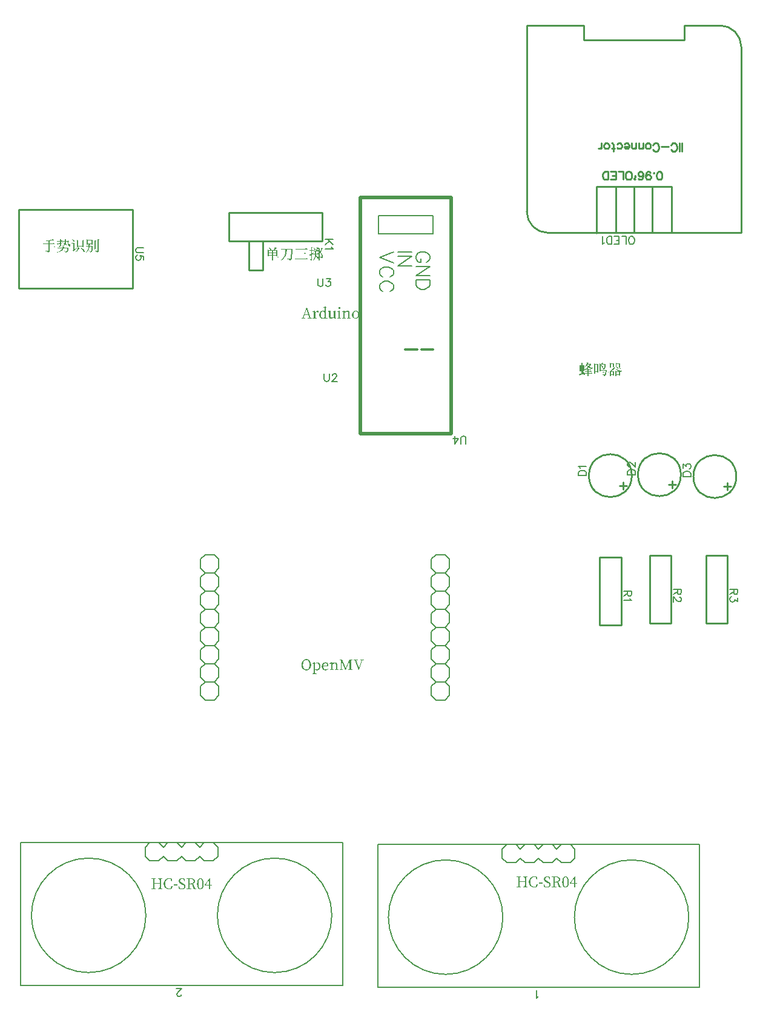
<source format=gto>
G04 Layer: TopSilkscreenLayer*
G04 EasyEDA v6.5.5, 2022-05-17 09:42:53*
G04 10cda3a1212d43f89cf9d1cb10f4882f,1cecfb22d57c4bfb82df15c5060036b0,10*
G04 Gerber Generator version 0.2*
G04 Scale: 100 percent, Rotated: No, Reflected: No *
G04 Dimensions in millimeters *
G04 leading zeros omitted , absolute positions ,4 integer and 5 decimal *
%FSLAX45Y45*%
%MOMM*%

%ADD10C,0.2540*%
%ADD22C,0.1270*%
%ADD23C,0.2032*%
%ADD24C,0.5000*%
%ADD25C,0.1524*%
%ADD26C,0.2500*%
%ADD27C,0.3000*%

%LPD*%
G36*
X963168Y-730758D02*
G01*
X963168Y-759714D01*
X925068Y-759714D01*
X926592Y-765556D01*
X963168Y-765556D01*
X963168Y-786384D01*
X941069Y-790194D01*
X925068Y-792480D01*
X934974Y-810768D01*
X936294Y-810107D01*
X937514Y-809142D01*
X938530Y-807770D01*
X939292Y-805942D01*
X951788Y-801878D01*
X963168Y-797814D01*
X963168Y-821436D01*
X963015Y-823010D01*
X962456Y-824026D01*
X961339Y-824585D01*
X959612Y-824737D01*
X941832Y-823721D01*
X941832Y-826769D01*
X946658Y-827684D01*
X950163Y-828852D01*
X952703Y-830224D01*
X954532Y-831850D01*
X956106Y-833628D01*
X957071Y-835964D01*
X957681Y-838758D01*
X958087Y-842010D01*
X969162Y-839825D01*
X975461Y-835761D01*
X978255Y-829868D01*
X978916Y-821944D01*
X978916Y-792480D01*
X994968Y-786536D01*
X1008380Y-781304D01*
X1007618Y-778256D01*
X978916Y-783590D01*
X978916Y-765556D01*
X1007110Y-765556D01*
X1008887Y-765352D01*
X1010310Y-764743D01*
X1011428Y-763727D01*
X1012190Y-762254D01*
X1007110Y-757224D01*
X995426Y-747268D01*
X986536Y-759714D01*
X978916Y-759714D01*
X978916Y-738632D01*
X981862Y-737768D01*
X983996Y-736650D01*
X985367Y-735177D01*
X986028Y-733298D01*
G37*
G36*
X1035558Y-730758D02*
G01*
X1035253Y-752449D01*
X1034796Y-759206D01*
X1012444Y-759206D01*
X1014476Y-765048D01*
X1034542Y-765048D01*
X1033119Y-776071D01*
X1032205Y-781354D01*
X1030986Y-786384D01*
X1022553Y-784148D01*
X1012952Y-782320D01*
X1011428Y-784352D01*
X1019606Y-789228D01*
X1027937Y-795020D01*
X1025398Y-800709D01*
X1022248Y-806246D01*
X1018489Y-811580D01*
X1014018Y-816711D01*
X1008786Y-821639D01*
X1002741Y-826363D01*
X995883Y-830834D01*
X988060Y-835152D01*
X990600Y-838453D01*
X999540Y-834847D01*
X1007567Y-830986D01*
X1014730Y-826922D01*
X1021029Y-822655D01*
X1026515Y-818235D01*
X1031341Y-813562D01*
X1035405Y-808685D01*
X1038860Y-803656D01*
X1046784Y-811225D01*
X1049985Y-814984D01*
X1052576Y-818641D01*
X1056944Y-819505D01*
X1060297Y-818489D01*
X1062380Y-816000D01*
X1062939Y-812241D01*
X1061720Y-807669D01*
X1058418Y-802538D01*
X1052830Y-797204D01*
X1044702Y-791972D01*
X1046886Y-785571D01*
X1048461Y-778865D01*
X1049680Y-772058D01*
X1050544Y-765048D01*
X1071372Y-765048D01*
X1072032Y-778814D01*
X1073353Y-792022D01*
X1074318Y-798271D01*
X1075588Y-804214D01*
X1077061Y-809853D01*
X1078890Y-815136D01*
X1081024Y-819962D01*
X1083513Y-824382D01*
X1086358Y-828243D01*
X1089660Y-831596D01*
X1094689Y-834745D01*
X1100023Y-836523D01*
X1105001Y-836371D01*
X1108710Y-833628D01*
X1109573Y-831240D01*
X1109319Y-828598D01*
X1108049Y-825601D01*
X1105916Y-822198D01*
X1107948Y-801624D01*
X1105408Y-801370D01*
X1102614Y-809244D01*
X1099820Y-816356D01*
X1099108Y-817422D01*
X1098499Y-817930D01*
X1097737Y-817880D01*
X1096772Y-817372D01*
X1094028Y-813866D01*
X1091692Y-808990D01*
X1089812Y-803097D01*
X1088339Y-796391D01*
X1087221Y-789127D01*
X1086561Y-781608D01*
X1086256Y-774090D01*
X1086358Y-766826D01*
X1090879Y-765505D01*
X1092606Y-764692D01*
X1093724Y-763778D01*
X1077468Y-750570D01*
X1069340Y-759206D01*
X1051052Y-759206D01*
X1051814Y-738124D01*
X1054608Y-737463D01*
X1056640Y-736346D01*
X1057910Y-734822D01*
X1058418Y-733044D01*
G37*
G36*
X868680Y-731012D02*
G01*
X860501Y-733958D01*
X841044Y-739800D01*
X830071Y-742645D01*
X806246Y-748080D01*
X780897Y-752906D01*
X755040Y-756970D01*
X729742Y-759968D01*
X730250Y-763524D01*
X755192Y-762965D01*
X767791Y-762304D01*
X780338Y-761390D01*
X804926Y-758952D01*
X804926Y-795528D01*
X729996Y-795528D01*
X731774Y-801624D01*
X804926Y-801624D01*
X804926Y-840740D01*
X717296Y-840740D01*
X719074Y-846582D01*
X804926Y-846582D01*
X804926Y-893064D01*
X804621Y-895350D01*
X803656Y-896924D01*
X801928Y-897839D01*
X799338Y-898144D01*
X764032Y-896112D01*
X764032Y-899160D01*
X772566Y-900430D01*
X778967Y-901903D01*
X783844Y-903681D01*
X787654Y-905764D01*
X790143Y-907948D01*
X791972Y-910742D01*
X793242Y-914044D01*
X794004Y-917956D01*
X802386Y-916838D01*
X808939Y-915111D01*
X813968Y-912774D01*
X817575Y-909929D01*
X820013Y-906576D01*
X821486Y-902766D01*
X822248Y-898601D01*
X822452Y-894080D01*
X822452Y-846582D01*
X903224Y-846582D01*
X905205Y-846378D01*
X906881Y-845769D01*
X908100Y-844753D01*
X908812Y-843280D01*
X895248Y-832205D01*
X887730Y-826516D01*
X876300Y-840740D01*
X822452Y-840740D01*
X822452Y-801624D01*
X892048Y-801624D01*
X894029Y-801420D01*
X895705Y-800811D01*
X896924Y-799795D01*
X897636Y-798322D01*
X877062Y-781558D01*
X865886Y-795528D01*
X822452Y-795528D01*
X822452Y-756920D01*
X836980Y-755040D01*
X850696Y-752856D01*
X875284Y-748030D01*
X879348Y-749300D01*
X882650Y-749706D01*
X885190Y-749401D01*
X886968Y-748538D01*
G37*
G36*
X1137920Y-732282D02*
G01*
X1135380Y-733552D01*
X1138834Y-737311D01*
X1145895Y-746099D01*
X1149299Y-750874D01*
X1155192Y-760679D01*
X1157427Y-765505D01*
X1159002Y-770128D01*
X1161948Y-771601D01*
X1164691Y-772160D01*
X1167180Y-771855D01*
X1169314Y-770839D01*
X1171041Y-769162D01*
X1172210Y-766927D01*
X1172819Y-764235D01*
X1172768Y-761136D01*
X1171905Y-757682D01*
X1170228Y-754024D01*
X1167638Y-750265D01*
X1164031Y-746404D01*
X1159357Y-742594D01*
X1153464Y-738936D01*
X1146352Y-735482D01*
G37*
G36*
X1489964Y-734314D02*
G01*
X1489964Y-894080D01*
X1489760Y-896010D01*
X1488948Y-897229D01*
X1487373Y-897940D01*
X1484884Y-898144D01*
X1458214Y-896619D01*
X1458214Y-899668D01*
X1464818Y-900887D01*
X1469948Y-902360D01*
X1473860Y-903935D01*
X1476756Y-905764D01*
X1478584Y-907948D01*
X1479956Y-910691D01*
X1480921Y-913942D01*
X1481582Y-917702D01*
X1488846Y-916635D01*
X1494536Y-915060D01*
X1498854Y-913028D01*
X1502003Y-910488D01*
X1504137Y-907440D01*
X1505407Y-903884D01*
X1506067Y-899769D01*
X1506220Y-895096D01*
X1506220Y-742442D01*
X1509318Y-741629D01*
X1511503Y-740410D01*
X1512874Y-738784D01*
X1513586Y-736854D01*
G37*
G36*
X1414780Y-736600D02*
G01*
X1406652Y-745490D01*
X1359916Y-745490D01*
X1342644Y-738378D01*
X1342644Y-751332D01*
X1408430Y-751332D01*
X1408430Y-794004D01*
X1357630Y-794004D01*
X1357630Y-751332D01*
X1342644Y-751332D01*
X1342644Y-811276D01*
X1344930Y-811276D01*
X1350111Y-810564D01*
X1354124Y-808990D01*
X1356715Y-807212D01*
X1357630Y-805942D01*
X1357630Y-800100D01*
X1408430Y-800100D01*
X1408430Y-808990D01*
X1410716Y-808990D01*
X1415034Y-808482D01*
X1419301Y-807313D01*
X1422603Y-805891D01*
X1423924Y-804672D01*
X1423924Y-753872D01*
X1426768Y-753160D01*
X1429105Y-752246D01*
X1430934Y-751179D01*
X1432052Y-750062D01*
G37*
G36*
X1285240Y-739648D02*
G01*
X1276858Y-749554D01*
X1219454Y-749554D01*
X1200912Y-741934D01*
X1200912Y-755396D01*
X1277620Y-755396D01*
X1277620Y-827786D01*
X1216914Y-827786D01*
X1216914Y-755396D01*
X1200912Y-755396D01*
X1200912Y-847852D01*
X1203452Y-847852D01*
X1209090Y-847293D01*
X1213307Y-846023D01*
X1215999Y-844550D01*
X1216914Y-843280D01*
X1216914Y-833628D01*
X1277620Y-833628D01*
X1277620Y-845312D01*
X1280414Y-845312D01*
X1286002Y-844753D01*
X1290472Y-843483D01*
X1293368Y-842010D01*
X1294384Y-840740D01*
X1294384Y-756920D01*
X1297381Y-756107D01*
X1299565Y-755192D01*
X1301242Y-754075D01*
X1302512Y-752856D01*
G37*
G36*
X1449324Y-748792D02*
G01*
X1449324Y-875792D01*
X1452372Y-875792D01*
X1456639Y-875284D01*
X1460550Y-874014D01*
X1463446Y-872388D01*
X1464564Y-870712D01*
X1464564Y-756920D01*
X1467815Y-756107D01*
X1470101Y-754888D01*
X1471472Y-753262D01*
X1472184Y-751332D01*
G37*
G36*
X1160018Y-777494D02*
G01*
X1152398Y-785368D01*
X1124458Y-785368D01*
X1126236Y-791464D01*
X1152144Y-791464D01*
X1152144Y-879602D01*
X1151839Y-882091D01*
X1150620Y-884072D01*
X1148080Y-886155D01*
X1143762Y-888746D01*
X1155192Y-907796D01*
X1156766Y-906576D01*
X1158392Y-904697D01*
X1159865Y-902258D01*
X1161034Y-899160D01*
X1173022Y-886104D01*
X1192428Y-863549D01*
X1199134Y-855471D01*
X1197356Y-853186D01*
X1182065Y-864666D01*
X1167892Y-874776D01*
X1167892Y-794004D01*
X1170686Y-793242D01*
X1172921Y-792276D01*
X1174546Y-791210D01*
X1175512Y-790194D01*
G37*
G36*
X1367790Y-803402D02*
G01*
X1367231Y-816813D01*
X1366266Y-830071D01*
X1330452Y-830071D01*
X1332230Y-836168D01*
X1365758Y-836168D01*
X1364132Y-847699D01*
X1361846Y-859028D01*
X1360424Y-864565D01*
X1356868Y-875334D01*
X1354785Y-880516D01*
X1352397Y-885596D01*
X1349756Y-890473D01*
X1346860Y-895248D01*
X1343609Y-899769D01*
X1340053Y-904138D01*
X1336192Y-908303D01*
X1331976Y-912215D01*
X1327404Y-915924D01*
X1329690Y-918971D01*
X1336040Y-915212D01*
X1341831Y-911199D01*
X1347114Y-906881D01*
X1351940Y-902411D01*
X1356258Y-897636D01*
X1360170Y-892708D01*
X1363624Y-887628D01*
X1366723Y-882345D01*
X1369466Y-876909D01*
X1371904Y-871321D01*
X1373987Y-865682D01*
X1375816Y-859891D01*
X1378661Y-848106D01*
X1379829Y-842162D01*
X1380744Y-836168D01*
X1410462Y-836168D01*
X1409446Y-853033D01*
X1408176Y-867308D01*
X1406601Y-878941D01*
X1404823Y-887933D01*
X1403807Y-891438D01*
X1402689Y-894232D01*
X1401521Y-896416D01*
X1400302Y-897890D01*
X1398930Y-898855D01*
X1397457Y-899464D01*
X1395780Y-899820D01*
X1389430Y-899769D01*
X1371600Y-898144D01*
X1371346Y-901446D01*
X1376172Y-902512D01*
X1380591Y-903884D01*
X1384300Y-905459D01*
X1386840Y-907287D01*
X1388465Y-909167D01*
X1389583Y-911656D01*
X1390192Y-914653D01*
X1390396Y-917956D01*
X1396187Y-917549D01*
X1401622Y-916381D01*
X1406601Y-914298D01*
X1410970Y-911352D01*
X1413052Y-909116D01*
X1414932Y-906271D01*
X1416659Y-902766D01*
X1418234Y-898601D01*
X1419656Y-893724D01*
X1422095Y-881786D01*
X1423974Y-866749D01*
X1425397Y-848563D01*
X1425956Y-838200D01*
X1428699Y-837742D01*
X1430832Y-837082D01*
X1432509Y-836218D01*
X1433830Y-835152D01*
X1417320Y-821436D01*
X1408684Y-830071D01*
X1381506Y-830071D01*
X1383284Y-810768D01*
X1386179Y-810107D01*
X1388160Y-808990D01*
X1389380Y-807466D01*
X1390142Y-805688D01*
G37*
G36*
X1005332Y-833374D02*
G01*
X1003553Y-843330D01*
X1001014Y-852932D01*
X933196Y-852932D01*
X934974Y-858774D01*
X998982Y-858774D01*
X997102Y-863142D01*
X994918Y-867460D01*
X992479Y-871626D01*
X989736Y-875741D01*
X986688Y-879703D01*
X983284Y-883564D01*
X979525Y-887323D01*
X975360Y-890930D01*
X970838Y-894435D01*
X965860Y-897788D01*
X960526Y-901039D01*
X954684Y-904087D01*
X948385Y-907034D01*
X941628Y-909828D01*
X934364Y-912469D01*
X926592Y-914908D01*
X928116Y-917702D01*
X943457Y-913993D01*
X957071Y-909726D01*
X963269Y-907389D01*
X974547Y-902360D01*
X984351Y-896823D01*
X988720Y-893876D01*
X996543Y-887628D01*
X999998Y-884377D01*
X1006043Y-877519D01*
X1011021Y-870305D01*
X1015085Y-862685D01*
X1016762Y-858774D01*
X1071372Y-858774D01*
X1070102Y-866343D01*
X1068679Y-873302D01*
X1067104Y-879602D01*
X1065428Y-885190D01*
X1063599Y-889965D01*
X1061720Y-893826D01*
X1059840Y-896772D01*
X1057910Y-898652D01*
X1056233Y-899566D01*
X1054455Y-900125D01*
X1050036Y-900430D01*
X1022096Y-898652D01*
X1021842Y-901953D01*
X1027836Y-903020D01*
X1033271Y-904392D01*
X1037793Y-905967D01*
X1040892Y-907796D01*
X1042619Y-909675D01*
X1043736Y-912164D01*
X1044295Y-915060D01*
X1044448Y-918210D01*
X1051153Y-917956D01*
X1057198Y-916889D01*
X1062583Y-915009D01*
X1067308Y-912368D01*
X1070813Y-909472D01*
X1074064Y-905459D01*
X1077061Y-900328D01*
X1079754Y-894232D01*
X1082192Y-887171D01*
X1084326Y-879246D01*
X1086154Y-870508D01*
X1087628Y-861060D01*
X1090422Y-860602D01*
X1092758Y-859891D01*
X1094536Y-859078D01*
X1095756Y-858012D01*
X1078738Y-844296D01*
X1070102Y-852932D01*
X1019048Y-852932D01*
X1021842Y-842518D01*
X1024636Y-842264D01*
X1026871Y-841502D01*
X1028496Y-840181D01*
X1029462Y-838200D01*
G37*
G36*
X1221740Y-846836D02*
G01*
X1215694Y-860348D01*
X1208836Y-873455D01*
X1201470Y-885901D01*
X1193749Y-897432D01*
X1185926Y-907694D01*
X1182116Y-912266D01*
X1178306Y-916432D01*
X1180846Y-918464D01*
X1185875Y-915111D01*
X1195832Y-907542D01*
X1200810Y-903274D01*
X1210411Y-893978D01*
X1215136Y-888949D01*
X1224076Y-878230D01*
X1232357Y-866648D01*
X1236218Y-860552D01*
X1239266Y-860806D01*
X1241653Y-860247D01*
X1243380Y-859078D01*
X1244600Y-857503D01*
G37*
G36*
X1261364Y-849630D02*
G01*
X1258824Y-851153D01*
X1266342Y-859993D01*
X1273911Y-870000D01*
X1281074Y-880770D01*
X1284376Y-886256D01*
X1290167Y-897382D01*
X1292504Y-902868D01*
X1294434Y-908202D01*
X1295908Y-913384D01*
X1298295Y-914908D01*
X1300530Y-915822D01*
X1302664Y-916228D01*
X1304645Y-916076D01*
X1306423Y-915466D01*
X1307947Y-914349D01*
X1309217Y-912825D01*
X1310182Y-910894D01*
X1310894Y-908608D01*
X1311198Y-905967D01*
X1311097Y-903020D01*
X1310640Y-899820D01*
X1309725Y-896315D01*
X1308303Y-892606D01*
X1306423Y-888695D01*
X1303985Y-884631D01*
X1300937Y-880414D01*
X1297330Y-876096D01*
X1293114Y-871677D01*
X1288186Y-867257D01*
X1282598Y-862787D01*
X1276299Y-858367D01*
X1269238Y-853948D01*
G37*
G36*
X3972051Y-844803D02*
G01*
X3966108Y-857300D01*
X3959656Y-869442D01*
X3953103Y-880465D01*
X3949954Y-885291D01*
X3946906Y-889508D01*
X3887470Y-889508D01*
X3869690Y-881634D01*
X3869690Y-895603D01*
X3987037Y-895603D01*
X3987037Y-922019D01*
X3945128Y-922019D01*
X3945128Y-895603D01*
X3928618Y-895603D01*
X3928618Y-922019D01*
X3885946Y-922019D01*
X3885946Y-895603D01*
X3869690Y-895603D01*
X3869690Y-927862D01*
X3987037Y-927862D01*
X3987037Y-955040D01*
X3945128Y-955040D01*
X3945128Y-927862D01*
X3928618Y-927862D01*
X3928618Y-955040D01*
X3885946Y-955040D01*
X3885946Y-927862D01*
X3869690Y-927862D01*
X3869690Y-971803D01*
X3872484Y-971803D01*
X3877259Y-971143D01*
X3881577Y-969568D01*
X3884726Y-967740D01*
X3885946Y-966216D01*
X3885946Y-960882D01*
X3928618Y-960882D01*
X3928618Y-985774D01*
X3842004Y-985774D01*
X3843782Y-991616D01*
X3928618Y-991616D01*
X3928618Y-1032764D01*
X3931412Y-1032764D01*
X3937101Y-1032154D01*
X3941419Y-1030681D01*
X3944162Y-1029004D01*
X3945128Y-1027684D01*
X3945128Y-991616D01*
X4026154Y-991616D01*
X4028135Y-991412D01*
X4029862Y-990803D01*
X4031132Y-989787D01*
X4031996Y-988314D01*
X4025137Y-982522D01*
X4010660Y-971296D01*
X3998722Y-985774D01*
X3945128Y-985774D01*
X3945128Y-960882D01*
X3987037Y-960882D01*
X3987037Y-969518D01*
X3989578Y-969518D01*
X3994048Y-968908D01*
X3998417Y-967384D01*
X4001820Y-965555D01*
X4003294Y-963930D01*
X4003294Y-898144D01*
X4006138Y-897382D01*
X4008526Y-896416D01*
X4010406Y-895350D01*
X4011676Y-894334D01*
X3993387Y-880364D01*
X3985006Y-889508D01*
X3953001Y-889508D01*
X3961587Y-883005D01*
X3970223Y-875487D01*
X3978706Y-867308D01*
X3986529Y-858774D01*
X3989578Y-858824D01*
X3991914Y-858316D01*
X3993591Y-857351D01*
X3994658Y-855980D01*
G37*
G36*
X4475988Y-844803D02*
G01*
X4475988Y-890778D01*
X4453128Y-890778D01*
X4454652Y-896874D01*
X4475988Y-896874D01*
X4475988Y-938276D01*
X4461103Y-944473D01*
X4450588Y-948436D01*
X4458970Y-967486D01*
X4460392Y-966520D01*
X4461560Y-965149D01*
X4462373Y-963472D01*
X4462780Y-961644D01*
X4475988Y-953008D01*
X4475988Y-1008380D01*
X4475784Y-1010310D01*
X4475124Y-1011529D01*
X4473854Y-1012240D01*
X4471924Y-1012444D01*
X4451858Y-1010919D01*
X4451858Y-1014221D01*
X4457090Y-1015288D01*
X4461103Y-1016558D01*
X4464100Y-1018032D01*
X4466336Y-1019810D01*
X4467656Y-1022146D01*
X4468672Y-1024940D01*
X4469384Y-1028141D01*
X4469892Y-1031748D01*
X4476191Y-1030732D01*
X4481068Y-1029208D01*
X4484725Y-1027226D01*
X4487367Y-1024737D01*
X4489094Y-1021791D01*
X4490110Y-1018387D01*
X4490618Y-1014526D01*
X4490720Y-942848D01*
X4517898Y-923290D01*
X4516628Y-920750D01*
X4490720Y-932180D01*
X4490720Y-896874D01*
X4512868Y-896823D01*
X4513834Y-896619D01*
X4514850Y-900176D01*
X4533900Y-900176D01*
X4533900Y-937514D01*
X4506722Y-937514D01*
X4508500Y-943356D01*
X4533900Y-943356D01*
X4532884Y-954125D01*
X4531207Y-965098D01*
X4528667Y-976172D01*
X4525162Y-987196D01*
X4520438Y-998169D01*
X4517542Y-1003604D01*
X4514342Y-1008989D01*
X4510735Y-1014272D01*
X4506671Y-1019505D01*
X4502251Y-1024686D01*
X4497324Y-1029716D01*
X4499864Y-1032002D01*
X4506468Y-1027379D01*
X4512462Y-1022502D01*
X4517847Y-1017473D01*
X4522673Y-1012240D01*
X4526991Y-1006856D01*
X4530801Y-1001369D01*
X4534154Y-995730D01*
X4537049Y-990041D01*
X4539538Y-984250D01*
X4541672Y-978408D01*
X4543399Y-972566D01*
X4544822Y-966724D01*
X4550613Y-975512D01*
X4555693Y-985113D01*
X4557877Y-990041D01*
X4559655Y-994918D01*
X4560976Y-999744D01*
X4561840Y-1004316D01*
X4564583Y-1006144D01*
X4567174Y-1007008D01*
X4569612Y-1006957D01*
X4571796Y-1006144D01*
X4573574Y-1004569D01*
X4574895Y-1002334D01*
X4575759Y-999540D01*
X4575962Y-996238D01*
X4575505Y-992479D01*
X4574286Y-988415D01*
X4572203Y-984046D01*
X4569155Y-979474D01*
X4565142Y-974801D01*
X4560011Y-970127D01*
X4553661Y-965453D01*
X4546092Y-960882D01*
X4547412Y-952093D01*
X4548124Y-943356D01*
X4579823Y-943305D01*
X4581855Y-942695D01*
X4582668Y-942086D01*
X4582668Y-1033271D01*
X4584954Y-1033271D01*
X4589780Y-1032611D01*
X4593437Y-1031036D01*
X4595825Y-1029208D01*
X4596638Y-1027684D01*
X4596638Y-864616D01*
X4619244Y-864616D01*
X4616500Y-878433D01*
X4609795Y-907999D01*
X4606798Y-919987D01*
X4611116Y-925677D01*
X4614773Y-931418D01*
X4617821Y-937209D01*
X4620209Y-943051D01*
X4622038Y-948944D01*
X4623358Y-954887D01*
X4624070Y-960831D01*
X4624324Y-966724D01*
X4624019Y-972108D01*
X4623104Y-976121D01*
X4621631Y-979017D01*
X4619752Y-980948D01*
X4618786Y-981557D01*
X4616551Y-981964D01*
X4601210Y-981964D01*
X4601210Y-985266D01*
X4604308Y-985926D01*
X4606950Y-986790D01*
X4609084Y-987856D01*
X4610608Y-989076D01*
X4611624Y-991108D01*
X4612436Y-993952D01*
X4612944Y-997305D01*
X4613148Y-1000760D01*
X4619955Y-1000150D01*
X4625644Y-998728D01*
X4630216Y-996391D01*
X4633772Y-993190D01*
X4636414Y-989025D01*
X4638243Y-983843D01*
X4639259Y-977696D01*
X4639564Y-970534D01*
X4639157Y-964031D01*
X4637989Y-957478D01*
X4635957Y-950925D01*
X4633010Y-944422D01*
X4629099Y-937920D01*
X4624222Y-931570D01*
X4618329Y-925321D01*
X4611370Y-919226D01*
X4617872Y-907592D01*
X4624679Y-893876D01*
X4636262Y-868680D01*
X4639208Y-868578D01*
X4641646Y-868222D01*
X4643526Y-867511D01*
X4644898Y-866394D01*
X4627372Y-849376D01*
X4618228Y-858774D01*
X4598924Y-858774D01*
X4582668Y-851916D01*
X4582668Y-939292D01*
X4572762Y-929995D01*
X4567428Y-925321D01*
X4558284Y-937514D01*
X4548378Y-937514D01*
X4548581Y-932129D01*
X4548632Y-900176D01*
X4573524Y-900176D01*
X4575556Y-899972D01*
X4577130Y-899363D01*
X4578248Y-898347D01*
X4578858Y-896874D01*
X4562856Y-883158D01*
X4553966Y-894334D01*
X4548886Y-894334D01*
X4555185Y-885139D01*
X4561332Y-875588D01*
X4566869Y-866343D01*
X4571492Y-858012D01*
X4574438Y-857758D01*
X4576775Y-856945D01*
X4578400Y-855776D01*
X4579366Y-854202D01*
X4558284Y-847598D01*
X4551730Y-870762D01*
X4547920Y-883005D01*
X4544060Y-894334D01*
X4516628Y-894334D01*
X4516882Y-893571D01*
X4512259Y-888695D01*
X4501642Y-878840D01*
X4493260Y-890778D01*
X4490720Y-890778D01*
X4490720Y-852932D01*
X4493971Y-852119D01*
X4496257Y-850900D01*
X4497628Y-849274D01*
X4498340Y-847344D01*
G37*
G36*
X3886200Y-847344D02*
G01*
X3883914Y-848868D01*
X3891076Y-856691D01*
X3894531Y-861161D01*
X3897833Y-865886D01*
X3900779Y-870762D01*
X3903370Y-875639D01*
X3905351Y-880516D01*
X3906774Y-885190D01*
X3909872Y-886866D01*
X3912768Y-887526D01*
X3915410Y-887272D01*
X3917645Y-886256D01*
X3919524Y-884529D01*
X3920845Y-882142D01*
X3921506Y-879348D01*
X3921556Y-876096D01*
X3920744Y-872540D01*
X3919118Y-868781D01*
X3916527Y-864869D01*
X3912870Y-861009D01*
X3908094Y-857199D01*
X3902151Y-853592D01*
X3894836Y-850290D01*
G37*
G36*
X4513072Y-849376D02*
G01*
X4511040Y-851153D01*
X4514392Y-855268D01*
X4517237Y-859790D01*
X4519625Y-864514D01*
X4521657Y-869340D01*
X4523282Y-874115D01*
X4526534Y-886968D01*
X4528769Y-888796D01*
X4530953Y-889660D01*
X4533036Y-889711D01*
X4534966Y-888898D01*
X4536643Y-887425D01*
X4537913Y-885342D01*
X4538776Y-882751D01*
X4539132Y-879703D01*
X4538878Y-876300D01*
X4537913Y-872591D01*
X4536236Y-868680D01*
X4533646Y-864717D01*
X4530140Y-860704D01*
X4525568Y-856742D01*
X4519930Y-852932D01*
G37*
G36*
X4406646Y-854456D02*
G01*
X4394454Y-869187D01*
X4260596Y-869187D01*
X4262628Y-875284D01*
X4422902Y-875284D01*
X4424883Y-875080D01*
X4426508Y-874471D01*
X4427677Y-873455D01*
X4428236Y-871982D01*
X4414418Y-860450D01*
G37*
G36*
X4207510Y-859282D02*
G01*
X4197350Y-869950D01*
X4055618Y-869950D01*
X4057396Y-876046D01*
X4119372Y-876046D01*
X4118864Y-892454D01*
X4118203Y-903579D01*
X4117086Y-914806D01*
X4115409Y-926033D01*
X4113072Y-937310D01*
X4109923Y-948588D01*
X4107992Y-954176D01*
X4103319Y-965352D01*
X4100576Y-970889D01*
X4097528Y-976376D01*
X4094124Y-981862D01*
X4090415Y-987298D01*
X4086351Y-992682D01*
X4081881Y-998016D01*
X4077055Y-1003300D01*
X4071823Y-1008481D01*
X4066133Y-1013663D01*
X4060037Y-1018743D01*
X4053484Y-1023772D01*
X4046474Y-1028700D01*
X4049268Y-1032002D01*
X4056532Y-1028039D01*
X4063390Y-1023975D01*
X4069842Y-1019810D01*
X4081576Y-1011224D01*
X4086860Y-1006856D01*
X4096461Y-997813D01*
X4100728Y-993190D01*
X4108399Y-983792D01*
X4114850Y-974140D01*
X4120286Y-964285D01*
X4124756Y-954227D01*
X4126687Y-949147D01*
X4129887Y-938885D01*
X4132427Y-928522D01*
X4134307Y-918108D01*
X4135729Y-907592D01*
X4137101Y-891794D01*
X4137914Y-876046D01*
X4199636Y-876046D01*
X4198366Y-915314D01*
X4197553Y-933043D01*
X4195419Y-963879D01*
X4194098Y-976630D01*
X4192524Y-987399D01*
X4190746Y-995934D01*
X4189780Y-999337D01*
X4188714Y-1002182D01*
X4187596Y-1004316D01*
X4186428Y-1005840D01*
X4184599Y-1007262D01*
X4182770Y-1008227D01*
X4180484Y-1008735D01*
X4177537Y-1008887D01*
X4162856Y-1007973D01*
X4143756Y-1006348D01*
X4143756Y-1009396D01*
X4151274Y-1011072D01*
X4158234Y-1012952D01*
X4164025Y-1015034D01*
X4168140Y-1017269D01*
X4170121Y-1019657D01*
X4171391Y-1022654D01*
X4172102Y-1026109D01*
X4172204Y-1029969D01*
X4180992Y-1029360D01*
X4188460Y-1027379D01*
X4194759Y-1023975D01*
X4200144Y-1019048D01*
X4201464Y-1017269D01*
X4203852Y-1012494D01*
X4205986Y-1006195D01*
X4207916Y-998372D01*
X4209592Y-989126D01*
X4211066Y-978458D01*
X4212336Y-966469D01*
X4214317Y-938631D01*
X4215688Y-905967D01*
X4216400Y-878586D01*
X4219498Y-878027D01*
X4221988Y-877214D01*
X4223918Y-876147D01*
X4225290Y-875030D01*
G37*
G36*
X4388104Y-921258D02*
G01*
X4376420Y-935736D01*
X4275328Y-935736D01*
X4276852Y-941578D01*
X4404106Y-941578D01*
X4406036Y-941374D01*
X4407611Y-940765D01*
X4408779Y-939749D01*
X4409440Y-938276D01*
X4402785Y-932637D01*
G37*
G36*
X4416298Y-993140D02*
G01*
X4404106Y-1008634D01*
X4249420Y-1008634D01*
X4251452Y-1014730D01*
X4433316Y-1014730D01*
X4435398Y-1014526D01*
X4437075Y-1013917D01*
X4438243Y-1012901D01*
X4438904Y-1011428D01*
X4431741Y-1005332D01*
G37*
G36*
X8334248Y-2457196D02*
G01*
X8329675Y-2469845D01*
X8327034Y-2475890D01*
X8321090Y-2487320D01*
X8318313Y-2491994D01*
X8333740Y-2491994D01*
X8338312Y-2486152D01*
X8368792Y-2486152D01*
X8365490Y-2492552D01*
X8361730Y-2498801D01*
X8357514Y-2504846D01*
X8352790Y-2510536D01*
X8347456Y-2506472D01*
X8342477Y-2502052D01*
X8337956Y-2497175D01*
X8333740Y-2491994D01*
X8318313Y-2491994D01*
X8314537Y-2497785D01*
X8311083Y-2502611D01*
X8303869Y-2511348D01*
X8296402Y-2518664D01*
X8298688Y-2521458D01*
X8302955Y-2519070D01*
X8311286Y-2513634D01*
X8315299Y-2510586D01*
X8323021Y-2503779D01*
X8330184Y-2496058D01*
X8333892Y-2501950D01*
X8337854Y-2507538D01*
X8342020Y-2512720D01*
X8346440Y-2517648D01*
X8341106Y-2522778D01*
X8335467Y-2527655D01*
X8329472Y-2532227D01*
X8323173Y-2536596D01*
X8316569Y-2540609D01*
X8309660Y-2544368D01*
X8302548Y-2547823D01*
X8295131Y-2550922D01*
X8296656Y-2554224D01*
X8308035Y-2550668D01*
X8318753Y-2546604D01*
X8328812Y-2542082D01*
X8338261Y-2537104D01*
X8346998Y-2531668D01*
X8355075Y-2525776D01*
X8359800Y-2529382D01*
X8364931Y-2532786D01*
X8370366Y-2535986D01*
X8376208Y-2538933D01*
X8382406Y-2541727D01*
X8389061Y-2544318D01*
X8396122Y-2546705D01*
X8403590Y-2548890D01*
X8405012Y-2543810D01*
X8407349Y-2539949D01*
X8410498Y-2537104D01*
X8414512Y-2535174D01*
X8415020Y-2532888D01*
X8407501Y-2531668D01*
X8393531Y-2528620D01*
X8380933Y-2524810D01*
X8369655Y-2520238D01*
X8364474Y-2517648D01*
X8371128Y-2510790D01*
X8377123Y-2503576D01*
X8382508Y-2496058D01*
X8387334Y-2488184D01*
X8390331Y-2487879D01*
X8392515Y-2487371D01*
X8394192Y-2486558D01*
X8395462Y-2485390D01*
X8379206Y-2470912D01*
X8369808Y-2480056D01*
X8342375Y-2480056D01*
X8345424Y-2474772D01*
X8348472Y-2468880D01*
X8351418Y-2468880D01*
X8353755Y-2468270D01*
X8355533Y-2467152D01*
X8356600Y-2465578D01*
G37*
G36*
X8540496Y-2457958D02*
G01*
X8536940Y-2481072D01*
X8527034Y-2481072D01*
X8509000Y-2472944D01*
X8509000Y-2562860D01*
X8505901Y-2565044D01*
X8503158Y-2567432D01*
X8520176Y-2578608D01*
X8525764Y-2569718D01*
X8592312Y-2569718D01*
X8590635Y-2591206D01*
X8589568Y-2600045D01*
X8588400Y-2607614D01*
X8587028Y-2613863D01*
X8585504Y-2618790D01*
X8583879Y-2622346D01*
X8582152Y-2624582D01*
X8580780Y-2625648D01*
X8579307Y-2626258D01*
X8577630Y-2626563D01*
X8571280Y-2626461D01*
X8552434Y-2625090D01*
X8552180Y-2628392D01*
X8557056Y-2629458D01*
X8561628Y-2630728D01*
X8565438Y-2632202D01*
X8568182Y-2633980D01*
X8569909Y-2635859D01*
X8571026Y-2638348D01*
X8571585Y-2641346D01*
X8571738Y-2644648D01*
X8577783Y-2644241D01*
X8583269Y-2643073D01*
X8588146Y-2641092D01*
X8592312Y-2638298D01*
X8594394Y-2636215D01*
X8596325Y-2633573D01*
X8598103Y-2630322D01*
X8599728Y-2626461D01*
X8601202Y-2621991D01*
X8603742Y-2611069D01*
X8605723Y-2597556D01*
X8607247Y-2581249D01*
X8607806Y-2572004D01*
X8610549Y-2571546D01*
X8612784Y-2570835D01*
X8614460Y-2569921D01*
X8615680Y-2568702D01*
X8599424Y-2555240D01*
X8590788Y-2563876D01*
X8524240Y-2563876D01*
X8524240Y-2486914D01*
X8578088Y-2486914D01*
X8577072Y-2506319D01*
X8576411Y-2514142D01*
X8575598Y-2520746D01*
X8574633Y-2526131D01*
X8573566Y-2530348D01*
X8572347Y-2533345D01*
X8570976Y-2535174D01*
X8570010Y-2536088D01*
X8568842Y-2536647D01*
X8565134Y-2536952D01*
X8545322Y-2535682D01*
X8545322Y-2538984D01*
X8549741Y-2539898D01*
X8553653Y-2541066D01*
X8556904Y-2542438D01*
X8559292Y-2544064D01*
X8560866Y-2545943D01*
X8561882Y-2548432D01*
X8562441Y-2551430D01*
X8562594Y-2554732D01*
X8568029Y-2554376D01*
X8573160Y-2553258D01*
X8577783Y-2551430D01*
X8581644Y-2548890D01*
X8583472Y-2547061D01*
X8585098Y-2544775D01*
X8586520Y-2541981D01*
X8587841Y-2538679D01*
X8589975Y-2530246D01*
X8591550Y-2519324D01*
X8592616Y-2505659D01*
X8593328Y-2488946D01*
X8596071Y-2488336D01*
X8598204Y-2487625D01*
X8599881Y-2486812D01*
X8601202Y-2485898D01*
X8584692Y-2472182D01*
X8576056Y-2481072D01*
X8545576Y-2481072D01*
X8557514Y-2467610D01*
X8560409Y-2467152D01*
X8562644Y-2466238D01*
X8564219Y-2464765D01*
X8565134Y-2462784D01*
G37*
G36*
X8256016Y-2459228D02*
G01*
X8256016Y-2499360D01*
X8245856Y-2499360D01*
X8231631Y-2493010D01*
X8231631Y-2505202D01*
X8281670Y-2505202D01*
X8281670Y-2563114D01*
X8269224Y-2563114D01*
X8269224Y-2505202D01*
X8257286Y-2505202D01*
X8257286Y-2563114D01*
X8244840Y-2563114D01*
X8244840Y-2505202D01*
X8231631Y-2505202D01*
X8231631Y-2580132D01*
X8233664Y-2580132D01*
X8237880Y-2579624D01*
X8241436Y-2578404D01*
X8243925Y-2576931D01*
X8244840Y-2575560D01*
X8244840Y-2568956D01*
X8256016Y-2568956D01*
X8256016Y-2612644D01*
X8236762Y-2616352D01*
X8222996Y-2618486D01*
X8232140Y-2637790D01*
X8233460Y-2637282D01*
X8234730Y-2636215D01*
X8235797Y-2634742D01*
X8236712Y-2632964D01*
X8265363Y-2621026D01*
X8286750Y-2611374D01*
X8288121Y-2620467D01*
X8288528Y-2629154D01*
X8291677Y-2631643D01*
X8294776Y-2632506D01*
X8297621Y-2631846D01*
X8300008Y-2629916D01*
X8301786Y-2626766D01*
X8302802Y-2622600D01*
X8302802Y-2617470D01*
X8301736Y-2611628D01*
X8343900Y-2611628D01*
X8343900Y-2645410D01*
X8346694Y-2645410D01*
X8351113Y-2644851D01*
X8355126Y-2643581D01*
X8358022Y-2641955D01*
X8359140Y-2640584D01*
X8359140Y-2611628D01*
X8405876Y-2611628D01*
X8407755Y-2611424D01*
X8409279Y-2610815D01*
X8410346Y-2609799D01*
X8410956Y-2608326D01*
X8399576Y-2598318D01*
X8393176Y-2593086D01*
X8383524Y-2605532D01*
X8359140Y-2605532D01*
X8359140Y-2587752D01*
X8398002Y-2587752D01*
X8399780Y-2587548D01*
X8401202Y-2586939D01*
X8402320Y-2585923D01*
X8403082Y-2584450D01*
X8398002Y-2579674D01*
X8387080Y-2570480D01*
X8378190Y-2581656D01*
X8359140Y-2581656D01*
X8359140Y-2564638D01*
X8396224Y-2564638D01*
X8398154Y-2564434D01*
X8399729Y-2563825D01*
X8400897Y-2562809D01*
X8401558Y-2561336D01*
X8384794Y-2547874D01*
X8375650Y-2558796D01*
X8359140Y-2558796D01*
X8359140Y-2547112D01*
X8362340Y-2546451D01*
X8364423Y-2545334D01*
X8365642Y-2543810D01*
X8366252Y-2542032D01*
X8343900Y-2539492D01*
X8343900Y-2558796D01*
X8307324Y-2558796D01*
X8308848Y-2564638D01*
X8343900Y-2564638D01*
X8343900Y-2581656D01*
X8308594Y-2581656D01*
X8310118Y-2587752D01*
X8343900Y-2587752D01*
X8343900Y-2605532D01*
X8299958Y-2605532D01*
X8300974Y-2609850D01*
X8298434Y-2603550D01*
X8294420Y-2596896D01*
X8288832Y-2590038D01*
X8281416Y-2583180D01*
X8278622Y-2584196D01*
X8282686Y-2594914D01*
X8284464Y-2600756D01*
X8285988Y-2606802D01*
X8270240Y-2610104D01*
X8270240Y-2568956D01*
X8281670Y-2568956D01*
X8281670Y-2576576D01*
X8283956Y-2576576D01*
X8287613Y-2576017D01*
X8291169Y-2574747D01*
X8293912Y-2573274D01*
X8295131Y-2572004D01*
X8295131Y-2506980D01*
X8297621Y-2506370D01*
X8299754Y-2505506D01*
X8301431Y-2504440D01*
X8302498Y-2503424D01*
X8287258Y-2491740D01*
X8280146Y-2499360D01*
X8270240Y-2499360D01*
X8270240Y-2466848D01*
X8273491Y-2466187D01*
X8275675Y-2465019D01*
X8276945Y-2463444D01*
X8277352Y-2461514D01*
G37*
G36*
X8790940Y-2462276D02*
G01*
X8782558Y-2471166D01*
X8751316Y-2471166D01*
X8735314Y-2464308D01*
X8735314Y-2477008D01*
X8784590Y-2477008D01*
X8784590Y-2510028D01*
X8750554Y-2510028D01*
X8750554Y-2477008D01*
X8735314Y-2477008D01*
X8735314Y-2524506D01*
X8739936Y-2524353D01*
X8744458Y-2523439D01*
X8746490Y-2522728D01*
X8750757Y-2526893D01*
X8754821Y-2531618D01*
X8758326Y-2536494D01*
X8760714Y-2541270D01*
X8763914Y-2542540D01*
X8766860Y-2542743D01*
X8769350Y-2541930D01*
X8771280Y-2540355D01*
X8772550Y-2538171D01*
X8772956Y-2535478D01*
X8772448Y-2532532D01*
X8770823Y-2529484D01*
X8767927Y-2526487D01*
X8763711Y-2523693D01*
X8757920Y-2521305D01*
X8750554Y-2519426D01*
X8750554Y-2516124D01*
X8784590Y-2516124D01*
X8784590Y-2525776D01*
X8787130Y-2525776D01*
X8791244Y-2525268D01*
X8795410Y-2524099D01*
X8798661Y-2522778D01*
X8800084Y-2521712D01*
X8800084Y-2480056D01*
X8802979Y-2479141D01*
X8805468Y-2478074D01*
X8807399Y-2476906D01*
X8808720Y-2475738D01*
G37*
G36*
X8705088Y-2462530D02*
G01*
X8696960Y-2471166D01*
X8667496Y-2471166D01*
X8651748Y-2464054D01*
X8651748Y-2477008D01*
X8698992Y-2477008D01*
X8698992Y-2510028D01*
X8666734Y-2510028D01*
X8666734Y-2477008D01*
X8651748Y-2477008D01*
X8651748Y-2531110D01*
X8654034Y-2531110D01*
X8658606Y-2530551D01*
X8662670Y-2529281D01*
X8665616Y-2527655D01*
X8666734Y-2526284D01*
X8666734Y-2516124D01*
X8698992Y-2516124D01*
X8698992Y-2522728D01*
X8703462Y-2522575D01*
X8707983Y-2521458D01*
X8710168Y-2520696D01*
X8707170Y-2526385D01*
X8703767Y-2532075D01*
X8700008Y-2537714D01*
X8695690Y-2543302D01*
X8631428Y-2543302D01*
X8633206Y-2549144D01*
X8690864Y-2549144D01*
X8683244Y-2557170D01*
X8674557Y-2564841D01*
X8669832Y-2568600D01*
X8664854Y-2572207D01*
X8659571Y-2575712D01*
X8653983Y-2579065D01*
X8641994Y-2585364D01*
X8635593Y-2588310D01*
X8628888Y-2591054D01*
X8630412Y-2593848D01*
X8642807Y-2589987D01*
X8654288Y-2585720D01*
X8654288Y-2587752D01*
X8699500Y-2587752D01*
X8699500Y-2625344D01*
X8669274Y-2625344D01*
X8669274Y-2587752D01*
X8654288Y-2587752D01*
X8654288Y-2646426D01*
X8656320Y-2646426D01*
X8660892Y-2645867D01*
X8665057Y-2644444D01*
X8668105Y-2642768D01*
X8669274Y-2641346D01*
X8669274Y-2631440D01*
X8699500Y-2631440D01*
X8699500Y-2641092D01*
X8702040Y-2641092D01*
X8706154Y-2640533D01*
X8710218Y-2639263D01*
X8713368Y-2637688D01*
X8714740Y-2636266D01*
X8714740Y-2590546D01*
X8717432Y-2589784D01*
X8719769Y-2588818D01*
X8723122Y-2586736D01*
X8705596Y-2573528D01*
X8697468Y-2581910D01*
X8670036Y-2581910D01*
X8666226Y-2580386D01*
X8672982Y-2576982D01*
X8679383Y-2573375D01*
X8685377Y-2569616D01*
X8691067Y-2565704D01*
X8696350Y-2561691D01*
X8705900Y-2553411D01*
X8710168Y-2549144D01*
X8741664Y-2549144D01*
X8749588Y-2557932D01*
X8753856Y-2562098D01*
X8758377Y-2566060D01*
X8763254Y-2569819D01*
X8768486Y-2573375D01*
X8774125Y-2576728D01*
X8780272Y-2579878D01*
X8778494Y-2581910D01*
X8749284Y-2581910D01*
X8733282Y-2575052D01*
X8733282Y-2587752D01*
X8780526Y-2587752D01*
X8780526Y-2625344D01*
X8748522Y-2625344D01*
X8748522Y-2587752D01*
X8733282Y-2587752D01*
X8733282Y-2645156D01*
X8735568Y-2645156D01*
X8740140Y-2644597D01*
X8744356Y-2643225D01*
X8747353Y-2641600D01*
X8748522Y-2640330D01*
X8748522Y-2631440D01*
X8780526Y-2631440D01*
X8780526Y-2642108D01*
X8783320Y-2642108D01*
X8787282Y-2641549D01*
X8791397Y-2640228D01*
X8794597Y-2638704D01*
X8796020Y-2637536D01*
X8796020Y-2590800D01*
X8799525Y-2589834D01*
X8802624Y-2588514D01*
X8813292Y-2591562D01*
X8814257Y-2586024D01*
X8815984Y-2581351D01*
X8818321Y-2577795D01*
X8821166Y-2575560D01*
X8821674Y-2573528D01*
X8813342Y-2572613D01*
X8797950Y-2570124D01*
X8784183Y-2566822D01*
X8771991Y-2562707D01*
X8766454Y-2560370D01*
X8761222Y-2557830D01*
X8756345Y-2555138D01*
X8751773Y-2552242D01*
X8747506Y-2549144D01*
X8813038Y-2549144D01*
X8815120Y-2548940D01*
X8816797Y-2548382D01*
X8818067Y-2547416D01*
X8818880Y-2546096D01*
X8806383Y-2535631D01*
X8799576Y-2530348D01*
X8788908Y-2543302D01*
X8715248Y-2543302D01*
X8720683Y-2536342D01*
X8725154Y-2529332D01*
X8728100Y-2529433D01*
X8730437Y-2528925D01*
X8732062Y-2527808D01*
X8733028Y-2526030D01*
X8713470Y-2518918D01*
X8714181Y-2518359D01*
X8714232Y-2479802D01*
X8716924Y-2479040D01*
X8719261Y-2478074D01*
X8721090Y-2476906D01*
X8722360Y-2475738D01*
G37*
G36*
X8481314Y-2469896D02*
G01*
X8472932Y-2479040D01*
X8453628Y-2479040D01*
X8437880Y-2471928D01*
X8437880Y-2485136D01*
X8474964Y-2485136D01*
X8474964Y-2581656D01*
X8452358Y-2581656D01*
X8452358Y-2485136D01*
X8437880Y-2485136D01*
X8437880Y-2613152D01*
X8440420Y-2613152D01*
X8445093Y-2612593D01*
X8448852Y-2611170D01*
X8451443Y-2609494D01*
X8452358Y-2608072D01*
X8452358Y-2587498D01*
X8474964Y-2587498D01*
X8474964Y-2600452D01*
X8477504Y-2600452D01*
X8481568Y-2599842D01*
X8485530Y-2598369D01*
X8488629Y-2596591D01*
X8489950Y-2595118D01*
X8489950Y-2487676D01*
X8492845Y-2486914D01*
X8495334Y-2485948D01*
X8497366Y-2484780D01*
X8498840Y-2483612D01*
G37*
G36*
X8532622Y-2496566D02*
G01*
X8530590Y-2498090D01*
X8535771Y-2503982D01*
X8540800Y-2510942D01*
X8545017Y-2518359D01*
X8547608Y-2525522D01*
X8550249Y-2527046D01*
X8552789Y-2527706D01*
X8555126Y-2527655D01*
X8557209Y-2526944D01*
X8558987Y-2525674D01*
X8560308Y-2523896D01*
X8561120Y-2521661D01*
X8561374Y-2519121D01*
X8560917Y-2516327D01*
X8559749Y-2513380D01*
X8557768Y-2510332D01*
X8554872Y-2507284D01*
X8550960Y-2504287D01*
X8546033Y-2501442D01*
X8539937Y-2498852D01*
G37*
G36*
X8563864Y-2582926D02*
G01*
X8554212Y-2595118D01*
X8491728Y-2595118D01*
X8493506Y-2601214D01*
X8576564Y-2601214D01*
X8578443Y-2601010D01*
X8580018Y-2600401D01*
X8581136Y-2599385D01*
X8581898Y-2597912D01*
X8570417Y-2588107D01*
G37*
G36*
X4409440Y-6604000D02*
G01*
X4404258Y-6604203D01*
X4399076Y-6604863D01*
X4393996Y-6605930D01*
X4389018Y-6607403D01*
X4384141Y-6609283D01*
X4379366Y-6611569D01*
X4374845Y-6614261D01*
X4370425Y-6617309D01*
X4366260Y-6620764D01*
X4362348Y-6624574D01*
X4358690Y-6628739D01*
X4355287Y-6633311D01*
X4352239Y-6638188D01*
X4349496Y-6643420D01*
X4347108Y-6649008D01*
X4345127Y-6654901D01*
X4343501Y-6661150D01*
X4342333Y-6667703D01*
X4341622Y-6674561D01*
X4341368Y-6681724D01*
X4364482Y-6681724D01*
X4364634Y-6675221D01*
X4365142Y-6668820D01*
X4365955Y-6662521D01*
X4367123Y-6656425D01*
X4368647Y-6650532D01*
X4370527Y-6644894D01*
X4372762Y-6639610D01*
X4375353Y-6634632D01*
X4378299Y-6630111D01*
X4381601Y-6625996D01*
X4385259Y-6622440D01*
X4389323Y-6619392D01*
X4393793Y-6616953D01*
X4398619Y-6615125D01*
X4403852Y-6614058D01*
X4409440Y-6613652D01*
X4415028Y-6614058D01*
X4420260Y-6615125D01*
X4425086Y-6616953D01*
X4429506Y-6619392D01*
X4433519Y-6622440D01*
X4437227Y-6625996D01*
X4440478Y-6630111D01*
X4443425Y-6634632D01*
X4445965Y-6639610D01*
X4448149Y-6644894D01*
X4450029Y-6650532D01*
X4451502Y-6656425D01*
X4452670Y-6662521D01*
X4453483Y-6668820D01*
X4453991Y-6675221D01*
X4454144Y-6681724D01*
X4453991Y-6688328D01*
X4453483Y-6694779D01*
X4452670Y-6701129D01*
X4451502Y-6707276D01*
X4450029Y-6713220D01*
X4448149Y-6718858D01*
X4445965Y-6724192D01*
X4443425Y-6729120D01*
X4440478Y-6733641D01*
X4437227Y-6737756D01*
X4433519Y-6741312D01*
X4429506Y-6744360D01*
X4425086Y-6746748D01*
X4420260Y-6748576D01*
X4415028Y-6749694D01*
X4409440Y-6750050D01*
X4403852Y-6749694D01*
X4398619Y-6748576D01*
X4393793Y-6746748D01*
X4389323Y-6744360D01*
X4385259Y-6741312D01*
X4381601Y-6737756D01*
X4378299Y-6733641D01*
X4375353Y-6729120D01*
X4372762Y-6724192D01*
X4370527Y-6718858D01*
X4368647Y-6713220D01*
X4367123Y-6707276D01*
X4365955Y-6701129D01*
X4365142Y-6694779D01*
X4364634Y-6688328D01*
X4364482Y-6681724D01*
X4341368Y-6681724D01*
X4341622Y-6689191D01*
X4342333Y-6696252D01*
X4343501Y-6702958D01*
X4345076Y-6709359D01*
X4347057Y-6715353D01*
X4349445Y-6720992D01*
X4352188Y-6726224D01*
X4355236Y-6731101D01*
X4358589Y-6735622D01*
X4362246Y-6739737D01*
X4366158Y-6743496D01*
X4370324Y-6746900D01*
X4374692Y-6749846D01*
X4379264Y-6752437D01*
X4384040Y-6754672D01*
X4388916Y-6756450D01*
X4393895Y-6757873D01*
X4399026Y-6758889D01*
X4404207Y-6759498D01*
X4409440Y-6759702D01*
X4414672Y-6759498D01*
X4419854Y-6758838D01*
X4424934Y-6757771D01*
X4429963Y-6756298D01*
X4434840Y-6754418D01*
X4439564Y-6752132D01*
X4444085Y-6749440D01*
X4448454Y-6746392D01*
X4452569Y-6742938D01*
X4456480Y-6739077D01*
X4460138Y-6734911D01*
X4463491Y-6730339D01*
X4466539Y-6725462D01*
X4469231Y-6720179D01*
X4471568Y-6714591D01*
X4473549Y-6708648D01*
X4475124Y-6702399D01*
X4476292Y-6695795D01*
X4477004Y-6688937D01*
X4477258Y-6681724D01*
X4477004Y-6674408D01*
X4476292Y-6667398D01*
X4475124Y-6660743D01*
X4473498Y-6654444D01*
X4471517Y-6648450D01*
X4469130Y-6642862D01*
X4466386Y-6637629D01*
X4463338Y-6632752D01*
X4459935Y-6628231D01*
X4456328Y-6624116D01*
X4452366Y-6620357D01*
X4448251Y-6616953D01*
X4443882Y-6613956D01*
X4439310Y-6611315D01*
X4434586Y-6609130D01*
X4429760Y-6607302D01*
X4424781Y-6605828D01*
X4419752Y-6604812D01*
X4414621Y-6604203D01*
G37*
G36*
X4873752Y-6607556D02*
G01*
X4873752Y-6615175D01*
X4894072Y-6617716D01*
X4894072Y-6745731D01*
X4873752Y-6748780D01*
X4873752Y-6756400D01*
X4923536Y-6756400D01*
X4923536Y-6748780D01*
X4904232Y-6745731D01*
X4904181Y-6673900D01*
X4903216Y-6628892D01*
X4955032Y-6756400D01*
X4964684Y-6756400D01*
X5014976Y-6628384D01*
X5014671Y-6717385D01*
X5014214Y-6746494D01*
X4994910Y-6748780D01*
X4994910Y-6756400D01*
X5055616Y-6756400D01*
X5055616Y-6748780D01*
X5035042Y-6746494D01*
X5034635Y-6724294D01*
X5034534Y-6661658D01*
X5034737Y-6632041D01*
X5035042Y-6617462D01*
X5055616Y-6615175D01*
X5055616Y-6607556D01*
X5012944Y-6607556D01*
X4964684Y-6731000D01*
X4914392Y-6607556D01*
G37*
G36*
X5068824Y-6607556D02*
G01*
X5068824Y-6615175D01*
X5085588Y-6616953D01*
X5137658Y-6757924D01*
X5147056Y-6757924D01*
X5193792Y-6617716D01*
X5213096Y-6614922D01*
X5213096Y-6607556D01*
X5162042Y-6607556D01*
X5162042Y-6615938D01*
X5182616Y-6617970D01*
X5146294Y-6729730D01*
X5107432Y-6617716D01*
X5129022Y-6615938D01*
X5129022Y-6607556D01*
G37*
G36*
X4565142Y-6647942D02*
G01*
X4560773Y-6648196D01*
X4556404Y-6648856D01*
X4552086Y-6650075D01*
X4547768Y-6651802D01*
X4543552Y-6654088D01*
X4539386Y-6656933D01*
X4535322Y-6660388D01*
X4531360Y-6664452D01*
X4529836Y-6650228D01*
X4526788Y-6648196D01*
X4495546Y-6660388D01*
X4495546Y-6666992D01*
X4513326Y-6668770D01*
X4513884Y-6682130D01*
X4514088Y-6697980D01*
X4514088Y-6736842D01*
X4532376Y-6736842D01*
X4532376Y-6671309D01*
X4540707Y-6665112D01*
X4547870Y-6661403D01*
X4554118Y-6659575D01*
X4559554Y-6659118D01*
X4563618Y-6659422D01*
X4567478Y-6660388D01*
X4571136Y-6662013D01*
X4574438Y-6664248D01*
X4577486Y-6667093D01*
X4580178Y-6670598D01*
X4582566Y-6674713D01*
X4584547Y-6679488D01*
X4586122Y-6684822D01*
X4587290Y-6690817D01*
X4588002Y-6697370D01*
X4588256Y-6704584D01*
X4587951Y-6711899D01*
X4587138Y-6718452D01*
X4585817Y-6724294D01*
X4583988Y-6729425D01*
X4581753Y-6733895D01*
X4579162Y-6737705D01*
X4576165Y-6740855D01*
X4572863Y-6743395D01*
X4569307Y-6745325D01*
X4565497Y-6746697D01*
X4561433Y-6747509D01*
X4557268Y-6747764D01*
X4550918Y-6747154D01*
X4544720Y-6745274D01*
X4538573Y-6741871D01*
X4532376Y-6736842D01*
X4514088Y-6736842D01*
X4514037Y-6771843D01*
X4513580Y-6800088D01*
X4495546Y-6802881D01*
X4495546Y-6809740D01*
X4552442Y-6809740D01*
X4552442Y-6802881D01*
X4532122Y-6799834D01*
X4531614Y-6761988D01*
X4531614Y-6744462D01*
X4538980Y-6751574D01*
X4546549Y-6756095D01*
X4554169Y-6758482D01*
X4561840Y-6759194D01*
X4566666Y-6758940D01*
X4571339Y-6758178D01*
X4575759Y-6756958D01*
X4580026Y-6755282D01*
X4584039Y-6753148D01*
X4587798Y-6750558D01*
X4591304Y-6747509D01*
X4594504Y-6744106D01*
X4597400Y-6740245D01*
X4599990Y-6735978D01*
X4602226Y-6731406D01*
X4604105Y-6726428D01*
X4605578Y-6721043D01*
X4606645Y-6715404D01*
X4607356Y-6709359D01*
X4607560Y-6703059D01*
X4607204Y-6694779D01*
X4606086Y-6687058D01*
X4604308Y-6679996D01*
X4601870Y-6673545D01*
X4598873Y-6667753D01*
X4595317Y-6662623D01*
X4591253Y-6658254D01*
X4586732Y-6654596D01*
X4581855Y-6651752D01*
X4576572Y-6649618D01*
X4570984Y-6648348D01*
G37*
G36*
X4678426Y-6647942D02*
G01*
X4673346Y-6648196D01*
X4668367Y-6648958D01*
X4663541Y-6650228D01*
X4658868Y-6651955D01*
X4654448Y-6654088D01*
X4650232Y-6656730D01*
X4646269Y-6659778D01*
X4642612Y-6663283D01*
X4639259Y-6667144D01*
X4636312Y-6671411D01*
X4633671Y-6676034D01*
X4631486Y-6681063D01*
X4629708Y-6686397D01*
X4628438Y-6692087D01*
X4628153Y-6694170D01*
X4647184Y-6694170D01*
X4648504Y-6684975D01*
X4650841Y-6677101D01*
X4654042Y-6670598D01*
X4657902Y-6665366D01*
X4662373Y-6661353D01*
X4667199Y-6658508D01*
X4672279Y-6656882D01*
X4677410Y-6656324D01*
X4682642Y-6656882D01*
X4687366Y-6658457D01*
X4691583Y-6660896D01*
X4695139Y-6664147D01*
X4698085Y-6668008D01*
X4700219Y-6672376D01*
X4701590Y-6677202D01*
X4702048Y-6682231D01*
X4701540Y-6687261D01*
X4699660Y-6691223D01*
X4695952Y-6693763D01*
X4689856Y-6694678D01*
X4647184Y-6694170D01*
X4628153Y-6694170D01*
X4627626Y-6698030D01*
X4627372Y-6704330D01*
X4627626Y-6710680D01*
X4628286Y-6716674D01*
X4629454Y-6722313D01*
X4631029Y-6727596D01*
X4633010Y-6732473D01*
X4635398Y-6736994D01*
X4638141Y-6741109D01*
X4641291Y-6744817D01*
X4644745Y-6748119D01*
X4648555Y-6751015D01*
X4652721Y-6753453D01*
X4657140Y-6755536D01*
X4661916Y-6757111D01*
X4666894Y-6758279D01*
X4672177Y-6758940D01*
X4677664Y-6759194D01*
X4684725Y-6758736D01*
X4691329Y-6757416D01*
X4697374Y-6755333D01*
X4702911Y-6752386D01*
X4707890Y-6748729D01*
X4712360Y-6744411D01*
X4716221Y-6739381D01*
X4719574Y-6733794D01*
X4715256Y-6730746D01*
X4708956Y-6737299D01*
X4701997Y-6742379D01*
X4693767Y-6745579D01*
X4683760Y-6746748D01*
X4678527Y-6746443D01*
X4673549Y-6745528D01*
X4668926Y-6744004D01*
X4664659Y-6741820D01*
X4660798Y-6739077D01*
X4657344Y-6735673D01*
X4654346Y-6731711D01*
X4651806Y-6727088D01*
X4649774Y-6721906D01*
X4648250Y-6716064D01*
X4647285Y-6709613D01*
X4646930Y-6702552D01*
X4718304Y-6702806D01*
X4719574Y-6697370D01*
X4720082Y-6690359D01*
X4719726Y-6684009D01*
X4718659Y-6678117D01*
X4716932Y-6672681D01*
X4714595Y-6667753D01*
X4711649Y-6663283D01*
X4708194Y-6659321D01*
X4704232Y-6655968D01*
X4699812Y-6653123D01*
X4694986Y-6650888D01*
X4689805Y-6649262D01*
X4684268Y-6648297D01*
G37*
G36*
X4814062Y-6647942D02*
G01*
X4808880Y-6648297D01*
X4803597Y-6649364D01*
X4798364Y-6651091D01*
X4793183Y-6653479D01*
X4788103Y-6656425D01*
X4783175Y-6659930D01*
X4778552Y-6663994D01*
X4774184Y-6668516D01*
X4772152Y-6650228D01*
X4769104Y-6648196D01*
X4737862Y-6660388D01*
X4737862Y-6666992D01*
X4755642Y-6668770D01*
X4756150Y-6697980D01*
X4755896Y-6747002D01*
X4739386Y-6749542D01*
X4739386Y-6756400D01*
X4790440Y-6756400D01*
X4790440Y-6749542D01*
X4775200Y-6747002D01*
X4774692Y-6709664D01*
X4774692Y-6676644D01*
X4783074Y-6669938D01*
X4790846Y-6665366D01*
X4798314Y-6662724D01*
X4805680Y-6661912D01*
X4810252Y-6662267D01*
X4814163Y-6663283D01*
X4817364Y-6665163D01*
X4819904Y-6667855D01*
X4821834Y-6671513D01*
X4823206Y-6676186D01*
X4823968Y-6681927D01*
X4824222Y-6688836D01*
X4823968Y-6747002D01*
X4807458Y-6749542D01*
X4807458Y-6756400D01*
X4858512Y-6756400D01*
X4858512Y-6749542D01*
X4843018Y-6747002D01*
X4842510Y-6709664D01*
X4842510Y-6688328D01*
X4842052Y-6678371D01*
X4840732Y-6669887D01*
X4838547Y-6662928D01*
X4835448Y-6657390D01*
X4831435Y-6653174D01*
X4826558Y-6650228D01*
X4820767Y-6648500D01*
G37*
G36*
X4684776Y-1676907D02*
G01*
X4650486Y-1686306D01*
X4650486Y-1692910D01*
X4669028Y-1694688D01*
X4669028Y-1747520D01*
X4662068Y-1740560D01*
X4654905Y-1736089D01*
X4647488Y-1733753D01*
X4639818Y-1733042D01*
X4634788Y-1733296D01*
X4629912Y-1734057D01*
X4625238Y-1735328D01*
X4620818Y-1737055D01*
X4616653Y-1739239D01*
X4612741Y-1741830D01*
X4609084Y-1744929D01*
X4605782Y-1748434D01*
X4602784Y-1752295D01*
X4600092Y-1756562D01*
X4597806Y-1761236D01*
X4595876Y-1766265D01*
X4594352Y-1771650D01*
X4593234Y-1777339D01*
X4592574Y-1783334D01*
X4592340Y-1789175D01*
X4611878Y-1789175D01*
X4612182Y-1781556D01*
X4613046Y-1774748D01*
X4614418Y-1768652D01*
X4616246Y-1763318D01*
X4618583Y-1758645D01*
X4621276Y-1754682D01*
X4624324Y-1751380D01*
X4627727Y-1748739D01*
X4631385Y-1746757D01*
X4635296Y-1745335D01*
X4639360Y-1744472D01*
X4643628Y-1744218D01*
X4649266Y-1744776D01*
X4655261Y-1746707D01*
X4661712Y-1750314D01*
X4668774Y-1755902D01*
X4668774Y-1820418D01*
X4662525Y-1826310D01*
X4656429Y-1830171D01*
X4650181Y-1832254D01*
X4643374Y-1832864D01*
X4638954Y-1832610D01*
X4634788Y-1831746D01*
X4630826Y-1830374D01*
X4627168Y-1828342D01*
X4623866Y-1825752D01*
X4620869Y-1822551D01*
X4618228Y-1818690D01*
X4616043Y-1814169D01*
X4614265Y-1808988D01*
X4612944Y-1803095D01*
X4612132Y-1796491D01*
X4611878Y-1789175D01*
X4592340Y-1789175D01*
X4592675Y-1797608D01*
X4593844Y-1805025D01*
X4595622Y-1811934D01*
X4598111Y-1818284D01*
X4601260Y-1824075D01*
X4604969Y-1829206D01*
X4609287Y-1833625D01*
X4614113Y-1837385D01*
X4619447Y-1840331D01*
X4625238Y-1842516D01*
X4631436Y-1843836D01*
X4638040Y-1844293D01*
X4647590Y-1843227D01*
X4655870Y-1840128D01*
X4662982Y-1835200D01*
X4669282Y-1828546D01*
X4670552Y-1843786D01*
X4705096Y-1841500D01*
X4705096Y-1834642D01*
X4687062Y-1832610D01*
X4687062Y-1710182D01*
X4687570Y-1678432D01*
G37*
G36*
X4871974Y-1680210D02*
G01*
X4866284Y-1681175D01*
X4861661Y-1683918D01*
X4858613Y-1688134D01*
X4857496Y-1693672D01*
X4858613Y-1699260D01*
X4861661Y-1703730D01*
X4866284Y-1706625D01*
X4871974Y-1707642D01*
X4877409Y-1706625D01*
X4881930Y-1703679D01*
X4885029Y-1699260D01*
X4886198Y-1693672D01*
X4885029Y-1688134D01*
X4881930Y-1683918D01*
X4877409Y-1681175D01*
G37*
G36*
X4410456Y-1691639D02*
G01*
X4379333Y-1783334D01*
X4388612Y-1783334D01*
X4411218Y-1714246D01*
X4434332Y-1783334D01*
X4379333Y-1783334D01*
X4363212Y-1830832D01*
X4344924Y-1833880D01*
X4344924Y-1841500D01*
X4394708Y-1841500D01*
X4394708Y-1833880D01*
X4372864Y-1830832D01*
X4385564Y-1792224D01*
X4437380Y-1792224D01*
X4450334Y-1831086D01*
X4428236Y-1833880D01*
X4428236Y-1841500D01*
X4488942Y-1841500D01*
X4488942Y-1833880D01*
X4471416Y-1831848D01*
X4423410Y-1691639D01*
G37*
G36*
X4567428Y-1733042D02*
G01*
X4562856Y-1733550D01*
X4558233Y-1734972D01*
X4553712Y-1737360D01*
X4549343Y-1740662D01*
X4545228Y-1744776D01*
X4541367Y-1749755D01*
X4537913Y-1755495D01*
X4534916Y-1761998D01*
X4532884Y-1735328D01*
X4529836Y-1733296D01*
X4498340Y-1745488D01*
X4498340Y-1752092D01*
X4516120Y-1753870D01*
X4516577Y-1767128D01*
X4516374Y-1832102D01*
X4500118Y-1834642D01*
X4500118Y-1841500D01*
X4554220Y-1841500D01*
X4554220Y-1834642D01*
X4535678Y-1831848D01*
X4535170Y-1794764D01*
X4535170Y-1777238D01*
X4538726Y-1767941D01*
X4542993Y-1760016D01*
X4548225Y-1753362D01*
X4554474Y-1747774D01*
X4560366Y-1752904D01*
X4563668Y-1754936D01*
X4567174Y-1756206D01*
X4570984Y-1756664D01*
X4576724Y-1755546D01*
X4580686Y-1752498D01*
X4582972Y-1747672D01*
X4583684Y-1741424D01*
X4580940Y-1737868D01*
X4577181Y-1735226D01*
X4572558Y-1733600D01*
G37*
G36*
X4988306Y-1733042D02*
G01*
X4983124Y-1733397D01*
X4977841Y-1734464D01*
X4972608Y-1736191D01*
X4967427Y-1738579D01*
X4962347Y-1741525D01*
X4957419Y-1745030D01*
X4952796Y-1749094D01*
X4948428Y-1753616D01*
X4946396Y-1735328D01*
X4943348Y-1733296D01*
X4912106Y-1745488D01*
X4912106Y-1752092D01*
X4929886Y-1753870D01*
X4930394Y-1783080D01*
X4930140Y-1832102D01*
X4913630Y-1834642D01*
X4913630Y-1841500D01*
X4964684Y-1841500D01*
X4964684Y-1834642D01*
X4949444Y-1832102D01*
X4948936Y-1794764D01*
X4948936Y-1761743D01*
X4957318Y-1755038D01*
X4965090Y-1750466D01*
X4972558Y-1747824D01*
X4979924Y-1747012D01*
X4984496Y-1747367D01*
X4988407Y-1748383D01*
X4991608Y-1750263D01*
X4994148Y-1752955D01*
X4996078Y-1756613D01*
X4997450Y-1761286D01*
X4998212Y-1767027D01*
X4998466Y-1773936D01*
X4998212Y-1832102D01*
X4981702Y-1834642D01*
X4981702Y-1841500D01*
X5032756Y-1841500D01*
X5032756Y-1834642D01*
X5017262Y-1832102D01*
X5016754Y-1794764D01*
X5016754Y-1773428D01*
X5016296Y-1763471D01*
X5014976Y-1754987D01*
X5012791Y-1748028D01*
X5009692Y-1742490D01*
X5005679Y-1738274D01*
X5000802Y-1735328D01*
X4995011Y-1733600D01*
G37*
G36*
X5100574Y-1733042D02*
G01*
X5095697Y-1733245D01*
X5090871Y-1733956D01*
X5086146Y-1735074D01*
X5081574Y-1736648D01*
X5077155Y-1738630D01*
X5072938Y-1741068D01*
X5068925Y-1743964D01*
X5065217Y-1747316D01*
X5061813Y-1751025D01*
X5058765Y-1755241D01*
X5056073Y-1759813D01*
X5053838Y-1764842D01*
X5052009Y-1770329D01*
X5050637Y-1776171D01*
X5049824Y-1782470D01*
X5049520Y-1789175D01*
X5069840Y-1789175D01*
X5070094Y-1781708D01*
X5070754Y-1774901D01*
X5071872Y-1768652D01*
X5073446Y-1763014D01*
X5075478Y-1758035D01*
X5077866Y-1753666D01*
X5080711Y-1749958D01*
X5083911Y-1746910D01*
X5087518Y-1744522D01*
X5091531Y-1742795D01*
X5095849Y-1741779D01*
X5100574Y-1741424D01*
X5105247Y-1741779D01*
X5109565Y-1742795D01*
X5113528Y-1744522D01*
X5117134Y-1746910D01*
X5120335Y-1749958D01*
X5123180Y-1753666D01*
X5125618Y-1758035D01*
X5127650Y-1763014D01*
X5129225Y-1768652D01*
X5130393Y-1774901D01*
X5131054Y-1781708D01*
X5131308Y-1789175D01*
X5131054Y-1796491D01*
X5130393Y-1803196D01*
X5129225Y-1809343D01*
X5127650Y-1814830D01*
X5125618Y-1819706D01*
X5123180Y-1823974D01*
X5120335Y-1827580D01*
X5117134Y-1830578D01*
X5113528Y-1832914D01*
X5109565Y-1834591D01*
X5105247Y-1835556D01*
X5100574Y-1835912D01*
X5095849Y-1835556D01*
X5091531Y-1834591D01*
X5087518Y-1832914D01*
X5083911Y-1830578D01*
X5080711Y-1827580D01*
X5077866Y-1823974D01*
X5075478Y-1819706D01*
X5073446Y-1814830D01*
X5071872Y-1809343D01*
X5070754Y-1803196D01*
X5070094Y-1796491D01*
X5069840Y-1789175D01*
X5049520Y-1789175D01*
X5049824Y-1795830D01*
X5050637Y-1802028D01*
X5052009Y-1807819D01*
X5053838Y-1813204D01*
X5056073Y-1818182D01*
X5058765Y-1822704D01*
X5061813Y-1826768D01*
X5065217Y-1830476D01*
X5068925Y-1833676D01*
X5072938Y-1836521D01*
X5077155Y-1838858D01*
X5081574Y-1840839D01*
X5086146Y-1842363D01*
X5090871Y-1843430D01*
X5095697Y-1844090D01*
X5100574Y-1844293D01*
X5105400Y-1844090D01*
X5110226Y-1843430D01*
X5114899Y-1842363D01*
X5119471Y-1840839D01*
X5123891Y-1838858D01*
X5128107Y-1836521D01*
X5132120Y-1833676D01*
X5135829Y-1830476D01*
X5139232Y-1826768D01*
X5142280Y-1822704D01*
X5145024Y-1818182D01*
X5147310Y-1813204D01*
X5149138Y-1807819D01*
X5150510Y-1802028D01*
X5151323Y-1795830D01*
X5151628Y-1789175D01*
X5151323Y-1782419D01*
X5150510Y-1776120D01*
X5149138Y-1770227D01*
X5147259Y-1764741D01*
X5144973Y-1759712D01*
X5142230Y-1755139D01*
X5139131Y-1750923D01*
X5135727Y-1747215D01*
X5131968Y-1743913D01*
X5128006Y-1741017D01*
X5123789Y-1738579D01*
X5119370Y-1736598D01*
X5114798Y-1735023D01*
X5110124Y-1733956D01*
X5105400Y-1733245D01*
G37*
G36*
X4878578Y-1733296D02*
G01*
X4844542Y-1745234D01*
X4844542Y-1751838D01*
X4862576Y-1753616D01*
X4863033Y-1767281D01*
X4862830Y-1832102D01*
X4845812Y-1834642D01*
X4845812Y-1841500D01*
X4896866Y-1841500D01*
X4896866Y-1834642D01*
X4881626Y-1832102D01*
X4881422Y-1813052D01*
X4881372Y-1764792D01*
X4881626Y-1735328D01*
G37*
G36*
X4745482Y-1734312D02*
G01*
X4712716Y-1737614D01*
X4712716Y-1744218D01*
X4728972Y-1747520D01*
X4728210Y-1804162D01*
X4728667Y-1814423D01*
X4730089Y-1822957D01*
X4732528Y-1829917D01*
X4735880Y-1835353D01*
X4740097Y-1839417D01*
X4745126Y-1842211D01*
X4750917Y-1843786D01*
X4757420Y-1844293D01*
X4762652Y-1843938D01*
X4767884Y-1842973D01*
X4773066Y-1841296D01*
X4778197Y-1839010D01*
X4783175Y-1836013D01*
X4788001Y-1832406D01*
X4792624Y-1828139D01*
X4797044Y-1823212D01*
X4799076Y-1843278D01*
X4829810Y-1841500D01*
X4829810Y-1834896D01*
X4814570Y-1832356D01*
X4814570Y-1768093D01*
X4815332Y-1736598D01*
X4813300Y-1734312D01*
X4781042Y-1737868D01*
X4781042Y-1744472D01*
X4797044Y-1747520D01*
X4796282Y-1815338D01*
X4788865Y-1821688D01*
X4781143Y-1826209D01*
X4773269Y-1828901D01*
X4765294Y-1829816D01*
X4760976Y-1829460D01*
X4757267Y-1828444D01*
X4754067Y-1826615D01*
X4751425Y-1823923D01*
X4749393Y-1820265D01*
X4747920Y-1815693D01*
X4747056Y-1810004D01*
X4746752Y-1803146D01*
X4746752Y-1768093D01*
X4747768Y-1736598D01*
G37*
G36*
X2491740Y-9664700D02*
G01*
X2485288Y-9664954D01*
X2479090Y-9665665D01*
X2473045Y-9666833D01*
X2467203Y-9668408D01*
X2461615Y-9670440D01*
X2456281Y-9672878D01*
X2451201Y-9675723D01*
X2446426Y-9678974D01*
X2441905Y-9682581D01*
X2437739Y-9686493D01*
X2433878Y-9690811D01*
X2430322Y-9695434D01*
X2427173Y-9700361D01*
X2424379Y-9705594D01*
X2421991Y-9711080D01*
X2419959Y-9716871D01*
X2418384Y-9722916D01*
X2417216Y-9729216D01*
X2416556Y-9735718D01*
X2416302Y-9742424D01*
X2416505Y-9749282D01*
X2417216Y-9755886D01*
X2418334Y-9762286D01*
X2419858Y-9768382D01*
X2421788Y-9774224D01*
X2424125Y-9779762D01*
X2426868Y-9784994D01*
X2429967Y-9789972D01*
X2433421Y-9794544D01*
X2437231Y-9798862D01*
X2441397Y-9802774D01*
X2445867Y-9806330D01*
X2450642Y-9809530D01*
X2455722Y-9812324D01*
X2461107Y-9814763D01*
X2466746Y-9816744D01*
X2472639Y-9818319D01*
X2478786Y-9819487D01*
X2485136Y-9820148D01*
X2491740Y-9820402D01*
X2497683Y-9820249D01*
X2503525Y-9819792D01*
X2509215Y-9818979D01*
X2514854Y-9817811D01*
X2520391Y-9816287D01*
X2525826Y-9814407D01*
X2531160Y-9812121D01*
X2536444Y-9809480D01*
X2536698Y-9776968D01*
X2524506Y-9776968D01*
X2519172Y-9805162D01*
X2512720Y-9807702D01*
X2506268Y-9809327D01*
X2499868Y-9810242D01*
X2493518Y-9810496D01*
X2487625Y-9810242D01*
X2481986Y-9809429D01*
X2476601Y-9808057D01*
X2471521Y-9806127D01*
X2466746Y-9803688D01*
X2462276Y-9800742D01*
X2458110Y-9797237D01*
X2454351Y-9793224D01*
X2450947Y-9788652D01*
X2447899Y-9783622D01*
X2445308Y-9778034D01*
X2443175Y-9771938D01*
X2441448Y-9765284D01*
X2440178Y-9758172D01*
X2439416Y-9750552D01*
X2439162Y-9742424D01*
X2439466Y-9734397D01*
X2440279Y-9726828D01*
X2441600Y-9719716D01*
X2443429Y-9713163D01*
X2445766Y-9707067D01*
X2448509Y-9701479D01*
X2451658Y-9696399D01*
X2455214Y-9691827D01*
X2459075Y-9687763D01*
X2463342Y-9684258D01*
X2467864Y-9681260D01*
X2472690Y-9678771D01*
X2477770Y-9676841D01*
X2483104Y-9675469D01*
X2488590Y-9674606D01*
X2494280Y-9674352D01*
X2499969Y-9674707D01*
X2505608Y-9675723D01*
X2511298Y-9677450D01*
X2517140Y-9679940D01*
X2522474Y-9708388D01*
X2534666Y-9708388D01*
X2534412Y-9675622D01*
X2528874Y-9672726D01*
X2523337Y-9670389D01*
X2517851Y-9668459D01*
X2512415Y-9667036D01*
X2507030Y-9665970D01*
X2501798Y-9665208D01*
X2496667Y-9664801D01*
G37*
G36*
X2677668Y-9664700D02*
G01*
X2670759Y-9665004D01*
X2664206Y-9665919D01*
X2658008Y-9667443D01*
X2652217Y-9669526D01*
X2646934Y-9672218D01*
X2642209Y-9675418D01*
X2638044Y-9679178D01*
X2634538Y-9683496D01*
X2631694Y-9688271D01*
X2629611Y-9693554D01*
X2628341Y-9699345D01*
X2627884Y-9705594D01*
X2628188Y-9710978D01*
X2629103Y-9716008D01*
X2630627Y-9720630D01*
X2632710Y-9724948D01*
X2635300Y-9728962D01*
X2638450Y-9732670D01*
X2642006Y-9736124D01*
X2646121Y-9739325D01*
X2650591Y-9742271D01*
X2655519Y-9745065D01*
X2660802Y-9747605D01*
X2681579Y-9756546D01*
X2687472Y-9759442D01*
X2692349Y-9762490D01*
X2696260Y-9765741D01*
X2699207Y-9769297D01*
X2701239Y-9773259D01*
X2702407Y-9777730D01*
X2702814Y-9782810D01*
X2702153Y-9789160D01*
X2700274Y-9794748D01*
X2697276Y-9799472D01*
X2693111Y-9803434D01*
X2687980Y-9806482D01*
X2681935Y-9808718D01*
X2674975Y-9810038D01*
X2667254Y-9810496D01*
X2660548Y-9810191D01*
X2654604Y-9809276D01*
X2649169Y-9807600D01*
X2643886Y-9805162D01*
X2638044Y-9777222D01*
X2626868Y-9777222D01*
X2625344Y-9808464D01*
X2629408Y-9810851D01*
X2634030Y-9813137D01*
X2639060Y-9815118D01*
X2644444Y-9816896D01*
X2650185Y-9818370D01*
X2656128Y-9819487D01*
X2662275Y-9820148D01*
X2668524Y-9820402D01*
X2676093Y-9820097D01*
X2683154Y-9819081D01*
X2689809Y-9817506D01*
X2695905Y-9815271D01*
X2701493Y-9812477D01*
X2706420Y-9809073D01*
X2710738Y-9805162D01*
X2714345Y-9800742D01*
X2717241Y-9795764D01*
X2719374Y-9790277D01*
X2720644Y-9784384D01*
X2721102Y-9777984D01*
X2720848Y-9772954D01*
X2720136Y-9768230D01*
X2718917Y-9763810D01*
X2717190Y-9759645D01*
X2714853Y-9755784D01*
X2711907Y-9752076D01*
X2708402Y-9748570D01*
X2704185Y-9745268D01*
X2699359Y-9742068D01*
X2693771Y-9738969D01*
X2687523Y-9735972D01*
X2665831Y-9726980D01*
X2660751Y-9724288D01*
X2656382Y-9721291D01*
X2652776Y-9717938D01*
X2649931Y-9714230D01*
X2647848Y-9710166D01*
X2646578Y-9705594D01*
X2646172Y-9700514D01*
X2646781Y-9694519D01*
X2648508Y-9689236D01*
X2651302Y-9684766D01*
X2655011Y-9681057D01*
X2659583Y-9678162D01*
X2664917Y-9676028D01*
X2670911Y-9674758D01*
X2677414Y-9674352D01*
X2682341Y-9674606D01*
X2686913Y-9675418D01*
X2691231Y-9676841D01*
X2695448Y-9678924D01*
X2701036Y-9705594D01*
X2712720Y-9705594D01*
X2714244Y-9676384D01*
X2710434Y-9673844D01*
X2706471Y-9671558D01*
X2702255Y-9669576D01*
X2697886Y-9667849D01*
X2693212Y-9666528D01*
X2688336Y-9665512D01*
X2683154Y-9664903D01*
G37*
G36*
X2929636Y-9665208D02*
G01*
X2925165Y-9665462D01*
X2920796Y-9666224D01*
X2916478Y-9667494D01*
X2912262Y-9669272D01*
X2908198Y-9671659D01*
X2904337Y-9674656D01*
X2900730Y-9678212D01*
X2897327Y-9682429D01*
X2894177Y-9687306D01*
X2891383Y-9692843D01*
X2888945Y-9699091D01*
X2886862Y-9706051D01*
X2885186Y-9713722D01*
X2883916Y-9722154D01*
X2883154Y-9731400D01*
X2882900Y-9741408D01*
X2902458Y-9741408D01*
X2902712Y-9728860D01*
X2903474Y-9717887D01*
X2904693Y-9708388D01*
X2906318Y-9700260D01*
X2908350Y-9693402D01*
X2910738Y-9687763D01*
X2913380Y-9683191D01*
X2916275Y-9679686D01*
X2919374Y-9677095D01*
X2922676Y-9675368D01*
X2926130Y-9674402D01*
X2929636Y-9674098D01*
X2933039Y-9674402D01*
X2936341Y-9675368D01*
X2939542Y-9677095D01*
X2942590Y-9679686D01*
X2945384Y-9683191D01*
X2947974Y-9687763D01*
X2950260Y-9693402D01*
X2952242Y-9700260D01*
X2953867Y-9708388D01*
X2955036Y-9717887D01*
X2955798Y-9728860D01*
X2956052Y-9741408D01*
X2955798Y-9754412D01*
X2955036Y-9765842D01*
X2953867Y-9775698D01*
X2952242Y-9784181D01*
X2950260Y-9791344D01*
X2947974Y-9797237D01*
X2945384Y-9801961D01*
X2942590Y-9805619D01*
X2939542Y-9808362D01*
X2936341Y-9810140D01*
X2933039Y-9811207D01*
X2929636Y-9811512D01*
X2926994Y-9811359D01*
X2924403Y-9810800D01*
X2921863Y-9809784D01*
X2919374Y-9808362D01*
X2917037Y-9806432D01*
X2914802Y-9803993D01*
X2912668Y-9800945D01*
X2910738Y-9797338D01*
X2908909Y-9793020D01*
X2907284Y-9788042D01*
X2905912Y-9782302D01*
X2904693Y-9775850D01*
X2903728Y-9768535D01*
X2903067Y-9760407D01*
X2902610Y-9751364D01*
X2902458Y-9741408D01*
X2882900Y-9741408D01*
X2883154Y-9751771D01*
X2883916Y-9761321D01*
X2885186Y-9770059D01*
X2886862Y-9777984D01*
X2888945Y-9785146D01*
X2891383Y-9791598D01*
X2894177Y-9797288D01*
X2897327Y-9802266D01*
X2900730Y-9806584D01*
X2904337Y-9810242D01*
X2908198Y-9813290D01*
X2912262Y-9815728D01*
X2916478Y-9817608D01*
X2920796Y-9818878D01*
X2925165Y-9819640D01*
X2929636Y-9819894D01*
X2934004Y-9819640D01*
X2938322Y-9818878D01*
X2942590Y-9817608D01*
X2946755Y-9815728D01*
X2950768Y-9813290D01*
X2954629Y-9810242D01*
X2958236Y-9806584D01*
X2961640Y-9802266D01*
X2964738Y-9797288D01*
X2967583Y-9791598D01*
X2970022Y-9785146D01*
X2972155Y-9777984D01*
X2973832Y-9770059D01*
X2975102Y-9761321D01*
X2975864Y-9751771D01*
X2976118Y-9741408D01*
X2975864Y-9731400D01*
X2975102Y-9722154D01*
X2973832Y-9713722D01*
X2972155Y-9706051D01*
X2970022Y-9699091D01*
X2967583Y-9692843D01*
X2964738Y-9687306D01*
X2961640Y-9682429D01*
X2958236Y-9678212D01*
X2954629Y-9674656D01*
X2950768Y-9671659D01*
X2946755Y-9669272D01*
X2942590Y-9667494D01*
X2938322Y-9666224D01*
X2934004Y-9665462D01*
G37*
G36*
X3057144Y-9665970D02*
G01*
X2992958Y-9757664D01*
X3002534Y-9757664D01*
X3051556Y-9686798D01*
X3051556Y-9757664D01*
X2992958Y-9757664D01*
X2991358Y-9759950D01*
X2991358Y-9770872D01*
X3051556Y-9770872D01*
X3051556Y-9817100D01*
X3069590Y-9817100D01*
X3069590Y-9770872D01*
X3093212Y-9770872D01*
X3093212Y-9757664D01*
X3069590Y-9757664D01*
X3069590Y-9665970D01*
G37*
G36*
X2245106Y-9668256D02*
G01*
X2245106Y-9675876D01*
X2265934Y-9678162D01*
X2266188Y-9714941D01*
X2265934Y-9807194D01*
X2245106Y-9809480D01*
X2245106Y-9817100D01*
X2307590Y-9817100D01*
X2307590Y-9809480D01*
X2287016Y-9807194D01*
X2286558Y-9777425D01*
X2286508Y-9745218D01*
X2359152Y-9745218D01*
X2359050Y-9785299D01*
X2358644Y-9807194D01*
X2338324Y-9809480D01*
X2338324Y-9817100D01*
X2400554Y-9817100D01*
X2400554Y-9809480D01*
X2379980Y-9807194D01*
X2379573Y-9784994D01*
X2379472Y-9722358D01*
X2379675Y-9692741D01*
X2379980Y-9678162D01*
X2400554Y-9675876D01*
X2400554Y-9668256D01*
X2338324Y-9668256D01*
X2338324Y-9675876D01*
X2358644Y-9678162D01*
X2359050Y-9699955D01*
X2359152Y-9736328D01*
X2286508Y-9736328D01*
X2286609Y-9699802D01*
X2287016Y-9678162D01*
X2307590Y-9675876D01*
X2307590Y-9668256D01*
G37*
G36*
X2738628Y-9668256D02*
G01*
X2738628Y-9675876D01*
X2759202Y-9678162D01*
X2759659Y-9707575D01*
X2759710Y-9739122D01*
X2780030Y-9739122D01*
X2780284Y-9676892D01*
X2799588Y-9676892D01*
X2807766Y-9677400D01*
X2814777Y-9678873D01*
X2820619Y-9681362D01*
X2825394Y-9684715D01*
X2829001Y-9689033D01*
X2831592Y-9694164D01*
X2833116Y-9700107D01*
X2833624Y-9706864D01*
X2833065Y-9713569D01*
X2831439Y-9719716D01*
X2828645Y-9725202D01*
X2824784Y-9729927D01*
X2819806Y-9733788D01*
X2813710Y-9736683D01*
X2806446Y-9738512D01*
X2798064Y-9739122D01*
X2759710Y-9739122D01*
X2759608Y-9785197D01*
X2759202Y-9807194D01*
X2738628Y-9809480D01*
X2738628Y-9817100D01*
X2801112Y-9817100D01*
X2801112Y-9809480D01*
X2780284Y-9806940D01*
X2780030Y-9747504D01*
X2791714Y-9747504D01*
X2798165Y-9747707D01*
X2803652Y-9748418D01*
X2808274Y-9749739D01*
X2812186Y-9751822D01*
X2815386Y-9754768D01*
X2818028Y-9758629D01*
X2820162Y-9763658D01*
X2821940Y-9769856D01*
X2831084Y-9805162D01*
X2833776Y-9811766D01*
X2838196Y-9816185D01*
X2844749Y-9818624D01*
X2853690Y-9819386D01*
X2858617Y-9819233D01*
X2863138Y-9818827D01*
X2867202Y-9818116D01*
X2870708Y-9817100D01*
X2870708Y-9809480D01*
X2853436Y-9807702D01*
X2843022Y-9772904D01*
X2840990Y-9766858D01*
X2838653Y-9761626D01*
X2836011Y-9757206D01*
X2833014Y-9753447D01*
X2829610Y-9750399D01*
X2825699Y-9747961D01*
X2821279Y-9746081D01*
X2816352Y-9744710D01*
X2822448Y-9743389D01*
X2827985Y-9741662D01*
X2833014Y-9739477D01*
X2837535Y-9736937D01*
X2841498Y-9734042D01*
X2844952Y-9730841D01*
X2847848Y-9727387D01*
X2850235Y-9723678D01*
X2852064Y-9719767D01*
X2853385Y-9715703D01*
X2854198Y-9711436D01*
X2854452Y-9707118D01*
X2854045Y-9701174D01*
X2852826Y-9695688D01*
X2850845Y-9690658D01*
X2848051Y-9686086D01*
X2844546Y-9682022D01*
X2840329Y-9678466D01*
X2835402Y-9675368D01*
X2829763Y-9672878D01*
X2823464Y-9670846D01*
X2816555Y-9669424D01*
X2808986Y-9668560D01*
X2800858Y-9668256D01*
G37*
G36*
X2554986Y-9754616D02*
G01*
X2554986Y-9767824D01*
X2606802Y-9767824D01*
X2606802Y-9754616D01*
G37*
G36*
X7597140Y-9639300D02*
G01*
X7590688Y-9639554D01*
X7584490Y-9640265D01*
X7578445Y-9641433D01*
X7572603Y-9643008D01*
X7567015Y-9645040D01*
X7561681Y-9647478D01*
X7556601Y-9650323D01*
X7551826Y-9653574D01*
X7547305Y-9657181D01*
X7543139Y-9661093D01*
X7539278Y-9665411D01*
X7535722Y-9670034D01*
X7532573Y-9674961D01*
X7529779Y-9680194D01*
X7527391Y-9685680D01*
X7525359Y-9691471D01*
X7523784Y-9697516D01*
X7522616Y-9703816D01*
X7521956Y-9710318D01*
X7521702Y-9717024D01*
X7521905Y-9723882D01*
X7522616Y-9730486D01*
X7523734Y-9736886D01*
X7525258Y-9742982D01*
X7527188Y-9748824D01*
X7529525Y-9754362D01*
X7532268Y-9759594D01*
X7535367Y-9764572D01*
X7538821Y-9769144D01*
X7542631Y-9773462D01*
X7546797Y-9777374D01*
X7551267Y-9780930D01*
X7556042Y-9784130D01*
X7561122Y-9786924D01*
X7566507Y-9789363D01*
X7572146Y-9791344D01*
X7578039Y-9792919D01*
X7584186Y-9794087D01*
X7590536Y-9794748D01*
X7597140Y-9795002D01*
X7603083Y-9794849D01*
X7608925Y-9794392D01*
X7614615Y-9793579D01*
X7620253Y-9792411D01*
X7625791Y-9790887D01*
X7631226Y-9789007D01*
X7636560Y-9786721D01*
X7641844Y-9784080D01*
X7642098Y-9751568D01*
X7629906Y-9751568D01*
X7624572Y-9779762D01*
X7618120Y-9782302D01*
X7611668Y-9783927D01*
X7605268Y-9784842D01*
X7598918Y-9785096D01*
X7593025Y-9784842D01*
X7587386Y-9784029D01*
X7582001Y-9782657D01*
X7576921Y-9780727D01*
X7572146Y-9778288D01*
X7567675Y-9775342D01*
X7563510Y-9771837D01*
X7559751Y-9767824D01*
X7556347Y-9763252D01*
X7553299Y-9758222D01*
X7550708Y-9752634D01*
X7548575Y-9746538D01*
X7546848Y-9739884D01*
X7545578Y-9732772D01*
X7544816Y-9725152D01*
X7544562Y-9717024D01*
X7544866Y-9708997D01*
X7545679Y-9701428D01*
X7547000Y-9694316D01*
X7548829Y-9687763D01*
X7551166Y-9681667D01*
X7553909Y-9676079D01*
X7557058Y-9670999D01*
X7560614Y-9666427D01*
X7564475Y-9662363D01*
X7568742Y-9658858D01*
X7573264Y-9655860D01*
X7578090Y-9653371D01*
X7583170Y-9651441D01*
X7588503Y-9650069D01*
X7593990Y-9649206D01*
X7599680Y-9648952D01*
X7605369Y-9649307D01*
X7611008Y-9650323D01*
X7616698Y-9652050D01*
X7622540Y-9654540D01*
X7627874Y-9682988D01*
X7640066Y-9682988D01*
X7639812Y-9650222D01*
X7634274Y-9647326D01*
X7628737Y-9644989D01*
X7623251Y-9643059D01*
X7617815Y-9641636D01*
X7612430Y-9640570D01*
X7607198Y-9639808D01*
X7602067Y-9639401D01*
G37*
G36*
X7783068Y-9639300D02*
G01*
X7776159Y-9639604D01*
X7769606Y-9640519D01*
X7763408Y-9642043D01*
X7757617Y-9644126D01*
X7752334Y-9646818D01*
X7747609Y-9650018D01*
X7743444Y-9653778D01*
X7739938Y-9658096D01*
X7737094Y-9662871D01*
X7735011Y-9668154D01*
X7733741Y-9673945D01*
X7733284Y-9680194D01*
X7733588Y-9685578D01*
X7734503Y-9690608D01*
X7736027Y-9695230D01*
X7738109Y-9699548D01*
X7740700Y-9703562D01*
X7743850Y-9707270D01*
X7747406Y-9710724D01*
X7751521Y-9713925D01*
X7755991Y-9716871D01*
X7760919Y-9719665D01*
X7766202Y-9722205D01*
X7786979Y-9731146D01*
X7792872Y-9734042D01*
X7797749Y-9737090D01*
X7801660Y-9740341D01*
X7804607Y-9743897D01*
X7806639Y-9747859D01*
X7807807Y-9752330D01*
X7808214Y-9757410D01*
X7807553Y-9763760D01*
X7805674Y-9769348D01*
X7802676Y-9774072D01*
X7798511Y-9778034D01*
X7793380Y-9781082D01*
X7787335Y-9783318D01*
X7780375Y-9784638D01*
X7772653Y-9785096D01*
X7765948Y-9784791D01*
X7760004Y-9783876D01*
X7754569Y-9782200D01*
X7749286Y-9779762D01*
X7743444Y-9751822D01*
X7732268Y-9751822D01*
X7730744Y-9783064D01*
X7734808Y-9785451D01*
X7739430Y-9787737D01*
X7744459Y-9789718D01*
X7749844Y-9791496D01*
X7755585Y-9792970D01*
X7761528Y-9794087D01*
X7767675Y-9794748D01*
X7773924Y-9795002D01*
X7781493Y-9794697D01*
X7788554Y-9793681D01*
X7795209Y-9792106D01*
X7801305Y-9789871D01*
X7806893Y-9787077D01*
X7811820Y-9783673D01*
X7816138Y-9779762D01*
X7819745Y-9775342D01*
X7822641Y-9770364D01*
X7824774Y-9764877D01*
X7826044Y-9758984D01*
X7826502Y-9752584D01*
X7826248Y-9747554D01*
X7825536Y-9742830D01*
X7824317Y-9738410D01*
X7822590Y-9734245D01*
X7820253Y-9730384D01*
X7817307Y-9726676D01*
X7813802Y-9723170D01*
X7809585Y-9719868D01*
X7804759Y-9716668D01*
X7799171Y-9713569D01*
X7792923Y-9710572D01*
X7771231Y-9701580D01*
X7766151Y-9698888D01*
X7761782Y-9695891D01*
X7758175Y-9692538D01*
X7755331Y-9688830D01*
X7753248Y-9684766D01*
X7751978Y-9680194D01*
X7751572Y-9675114D01*
X7752181Y-9669119D01*
X7753908Y-9663836D01*
X7756702Y-9659366D01*
X7760411Y-9655657D01*
X7764983Y-9652762D01*
X7770317Y-9650628D01*
X7776311Y-9649358D01*
X7782814Y-9648952D01*
X7787741Y-9649206D01*
X7792313Y-9650018D01*
X7796631Y-9651441D01*
X7800848Y-9653524D01*
X7806436Y-9680194D01*
X7818120Y-9680194D01*
X7819644Y-9650984D01*
X7815834Y-9648444D01*
X7811871Y-9646158D01*
X7807655Y-9644176D01*
X7803286Y-9642449D01*
X7798612Y-9641128D01*
X7793736Y-9640112D01*
X7788554Y-9639503D01*
G37*
G36*
X8035036Y-9639808D02*
G01*
X8030565Y-9640062D01*
X8026196Y-9640824D01*
X8021878Y-9642094D01*
X8017662Y-9643872D01*
X8013598Y-9646259D01*
X8009737Y-9649256D01*
X8006130Y-9652812D01*
X8002727Y-9657029D01*
X7999577Y-9661906D01*
X7996783Y-9667443D01*
X7994345Y-9673691D01*
X7992262Y-9680651D01*
X7990586Y-9688322D01*
X7989316Y-9696754D01*
X7988553Y-9706000D01*
X7988300Y-9716008D01*
X8007858Y-9716008D01*
X8008112Y-9703460D01*
X8008874Y-9692487D01*
X8010093Y-9682988D01*
X8011718Y-9674860D01*
X8013750Y-9668002D01*
X8016138Y-9662363D01*
X8018780Y-9657791D01*
X8021675Y-9654286D01*
X8024774Y-9651695D01*
X8028076Y-9649968D01*
X8031530Y-9649002D01*
X8035036Y-9648698D01*
X8038439Y-9649002D01*
X8041741Y-9649968D01*
X8044942Y-9651695D01*
X8047990Y-9654286D01*
X8050784Y-9657791D01*
X8053374Y-9662363D01*
X8055660Y-9668002D01*
X8057642Y-9674860D01*
X8059267Y-9682988D01*
X8060436Y-9692487D01*
X8061198Y-9703460D01*
X8061452Y-9716008D01*
X8061198Y-9729012D01*
X8060436Y-9740442D01*
X8059267Y-9750298D01*
X8057642Y-9758781D01*
X8055660Y-9765944D01*
X8053374Y-9771837D01*
X8050784Y-9776561D01*
X8047990Y-9780219D01*
X8044942Y-9782962D01*
X8041741Y-9784740D01*
X8038439Y-9785807D01*
X8035036Y-9786112D01*
X8032394Y-9785959D01*
X8029803Y-9785400D01*
X8027263Y-9784384D01*
X8024774Y-9782962D01*
X8022437Y-9781032D01*
X8020202Y-9778593D01*
X8018068Y-9775545D01*
X8016138Y-9771938D01*
X8014309Y-9767620D01*
X8012684Y-9762642D01*
X8011312Y-9756902D01*
X8010093Y-9750450D01*
X8009128Y-9743135D01*
X8008467Y-9735007D01*
X8008010Y-9725964D01*
X8007858Y-9716008D01*
X7988300Y-9716008D01*
X7988553Y-9726371D01*
X7989316Y-9735921D01*
X7990586Y-9744659D01*
X7992262Y-9752584D01*
X7994345Y-9759746D01*
X7996783Y-9766198D01*
X7999577Y-9771888D01*
X8002727Y-9776866D01*
X8006130Y-9781184D01*
X8009737Y-9784842D01*
X8013598Y-9787890D01*
X8017662Y-9790328D01*
X8021878Y-9792208D01*
X8026196Y-9793478D01*
X8030565Y-9794240D01*
X8035036Y-9794494D01*
X8039404Y-9794240D01*
X8043722Y-9793478D01*
X8047990Y-9792208D01*
X8052155Y-9790328D01*
X8056168Y-9787890D01*
X8060029Y-9784842D01*
X8063636Y-9781184D01*
X8067040Y-9776866D01*
X8070138Y-9771888D01*
X8072983Y-9766198D01*
X8075422Y-9759746D01*
X8077555Y-9752584D01*
X8079231Y-9744659D01*
X8080502Y-9735921D01*
X8081264Y-9726371D01*
X8081518Y-9716008D01*
X8081264Y-9706000D01*
X8080502Y-9696754D01*
X8079231Y-9688322D01*
X8077555Y-9680651D01*
X8075422Y-9673691D01*
X8072983Y-9667443D01*
X8070138Y-9661906D01*
X8067040Y-9657029D01*
X8063636Y-9652812D01*
X8060029Y-9649256D01*
X8056168Y-9646259D01*
X8052155Y-9643872D01*
X8047990Y-9642094D01*
X8043722Y-9640824D01*
X8039404Y-9640062D01*
G37*
G36*
X8162544Y-9640570D02*
G01*
X8098358Y-9732264D01*
X8107934Y-9732264D01*
X8156956Y-9661398D01*
X8156956Y-9732264D01*
X8098358Y-9732264D01*
X8096758Y-9734550D01*
X8096758Y-9745472D01*
X8156956Y-9745472D01*
X8156956Y-9791700D01*
X8174990Y-9791700D01*
X8174990Y-9745472D01*
X8198612Y-9745472D01*
X8198612Y-9732264D01*
X8174990Y-9732264D01*
X8174990Y-9640570D01*
G37*
G36*
X7350506Y-9642856D02*
G01*
X7350506Y-9650476D01*
X7371334Y-9652762D01*
X7371588Y-9689541D01*
X7371334Y-9781794D01*
X7350506Y-9784080D01*
X7350506Y-9791700D01*
X7412990Y-9791700D01*
X7412990Y-9784080D01*
X7392416Y-9781794D01*
X7391958Y-9752025D01*
X7391908Y-9719818D01*
X7464552Y-9719818D01*
X7464450Y-9759899D01*
X7464044Y-9781794D01*
X7443724Y-9784080D01*
X7443724Y-9791700D01*
X7505953Y-9791700D01*
X7505953Y-9784080D01*
X7485380Y-9781794D01*
X7484973Y-9759594D01*
X7484872Y-9696958D01*
X7485075Y-9667341D01*
X7485380Y-9652762D01*
X7505953Y-9650476D01*
X7505953Y-9642856D01*
X7443724Y-9642856D01*
X7443724Y-9650476D01*
X7464044Y-9652762D01*
X7464450Y-9674555D01*
X7464552Y-9710928D01*
X7391908Y-9710928D01*
X7392009Y-9674402D01*
X7392416Y-9652762D01*
X7412990Y-9650476D01*
X7412990Y-9642856D01*
G37*
G36*
X7844028Y-9642856D02*
G01*
X7844028Y-9650476D01*
X7864602Y-9652762D01*
X7865059Y-9682175D01*
X7865109Y-9713722D01*
X7885430Y-9713722D01*
X7885684Y-9651492D01*
X7904988Y-9651492D01*
X7913166Y-9652000D01*
X7920177Y-9653473D01*
X7926019Y-9655962D01*
X7930794Y-9659315D01*
X7934401Y-9663633D01*
X7936992Y-9668764D01*
X7938516Y-9674707D01*
X7939024Y-9681464D01*
X7938465Y-9688169D01*
X7936839Y-9694316D01*
X7934045Y-9699802D01*
X7930184Y-9704527D01*
X7925206Y-9708388D01*
X7919110Y-9711283D01*
X7911846Y-9713112D01*
X7903464Y-9713722D01*
X7865109Y-9713722D01*
X7865008Y-9759797D01*
X7864602Y-9781794D01*
X7844028Y-9784080D01*
X7844028Y-9791700D01*
X7906512Y-9791700D01*
X7906512Y-9784080D01*
X7885684Y-9781540D01*
X7885430Y-9722104D01*
X7897114Y-9722104D01*
X7903565Y-9722307D01*
X7909052Y-9723018D01*
X7913674Y-9724339D01*
X7917586Y-9726422D01*
X7920786Y-9729368D01*
X7923428Y-9733229D01*
X7925562Y-9738258D01*
X7927340Y-9744456D01*
X7936484Y-9779762D01*
X7939176Y-9786366D01*
X7943596Y-9790785D01*
X7950149Y-9793224D01*
X7959090Y-9793986D01*
X7964017Y-9793833D01*
X7968538Y-9793427D01*
X7972602Y-9792716D01*
X7976108Y-9791700D01*
X7976108Y-9784080D01*
X7958836Y-9782302D01*
X7948422Y-9747504D01*
X7946390Y-9741458D01*
X7944053Y-9736226D01*
X7941411Y-9731806D01*
X7938414Y-9728047D01*
X7935010Y-9724999D01*
X7931099Y-9722561D01*
X7926679Y-9720681D01*
X7921752Y-9719310D01*
X7927848Y-9717989D01*
X7933385Y-9716262D01*
X7938414Y-9714077D01*
X7942935Y-9711537D01*
X7946898Y-9708642D01*
X7950352Y-9705441D01*
X7953248Y-9701987D01*
X7955635Y-9698278D01*
X7957464Y-9694367D01*
X7958785Y-9690303D01*
X7959598Y-9686036D01*
X7959852Y-9681718D01*
X7959445Y-9675774D01*
X7958226Y-9670288D01*
X7956245Y-9665258D01*
X7953451Y-9660686D01*
X7949946Y-9656622D01*
X7945729Y-9653066D01*
X7940802Y-9649968D01*
X7935163Y-9647478D01*
X7928864Y-9645446D01*
X7921955Y-9644024D01*
X7914386Y-9643160D01*
X7906258Y-9642856D01*
G37*
G36*
X7660386Y-9729216D02*
G01*
X7660386Y-9742424D01*
X7712202Y-9742424D01*
X7712202Y-9729216D01*
G37*
D25*
X7658100Y-11321287D02*
G01*
X7647686Y-11326621D01*
X7632191Y-11342115D01*
X7632191Y-11233150D01*
X2661920Y-11290808D02*
G01*
X2661920Y-11295887D01*
X2656586Y-11306302D01*
X2651506Y-11311636D01*
X2641091Y-11316715D01*
X2620263Y-11316715D01*
X2609850Y-11311636D01*
X2604770Y-11306302D01*
X2599436Y-11295887D01*
X2599436Y-11285474D01*
X2604770Y-11275060D01*
X2614929Y-11259565D01*
X2667000Y-11207750D01*
X2594356Y-11207750D01*
X8215873Y-4038640D02*
G01*
X8324839Y-4038640D01*
X8215873Y-4038640D02*
G01*
X8215873Y-4002318D01*
X8220953Y-3986570D01*
X8231367Y-3976410D01*
X8241781Y-3971076D01*
X8257529Y-3965996D01*
X8283437Y-3965996D01*
X8298931Y-3971076D01*
X8309345Y-3976410D01*
X8319759Y-3986570D01*
X8324839Y-4002318D01*
X8324839Y-4038640D01*
X8236701Y-3931706D02*
G01*
X8231367Y-3921292D01*
X8215873Y-3905544D01*
X8324839Y-3905544D01*
X8901673Y-4025940D02*
G01*
X9010639Y-4025940D01*
X8901673Y-4025940D02*
G01*
X8901673Y-3989618D01*
X8906753Y-3973870D01*
X8917167Y-3963710D01*
X8927581Y-3958376D01*
X8943329Y-3953296D01*
X8969237Y-3953296D01*
X8984731Y-3958376D01*
X8995145Y-3963710D01*
X9005559Y-3973870D01*
X9010639Y-3989618D01*
X9010639Y-4025940D01*
X8927581Y-3913672D02*
G01*
X8922501Y-3913672D01*
X8912087Y-3908592D01*
X8906753Y-3903258D01*
X8901673Y-3892844D01*
X8901673Y-3872270D01*
X8906753Y-3861856D01*
X8912087Y-3856522D01*
X8922501Y-3851442D01*
X8932915Y-3851442D01*
X8943329Y-3856522D01*
X8958823Y-3866936D01*
X9010639Y-3919006D01*
X9010639Y-3846108D01*
X9676373Y-4051340D02*
G01*
X9785339Y-4051340D01*
X9676373Y-4051340D02*
G01*
X9676373Y-4015018D01*
X9681453Y-3999270D01*
X9691867Y-3989110D01*
X9702281Y-3983776D01*
X9718029Y-3978696D01*
X9743937Y-3978696D01*
X9759431Y-3983776D01*
X9769845Y-3989110D01*
X9780259Y-3999270D01*
X9785339Y-4015018D01*
X9785339Y-4051340D01*
X9676373Y-3933992D02*
G01*
X9676373Y-3876842D01*
X9718029Y-3907830D01*
X9718029Y-3892336D01*
X9723109Y-3881922D01*
X9728189Y-3876842D01*
X9743937Y-3871508D01*
X9754351Y-3871508D01*
X9769845Y-3876842D01*
X9780259Y-3887256D01*
X9785339Y-3902750D01*
X9785339Y-3918244D01*
X9780259Y-3933992D01*
X9775179Y-3939072D01*
X9764765Y-3944406D01*
X8967571Y-804773D02*
G01*
X8977985Y-799693D01*
X8988399Y-789279D01*
X8993733Y-778865D01*
X8998813Y-763117D01*
X8998813Y-737209D01*
X8993733Y-721715D01*
X8988399Y-711301D01*
X8977985Y-700887D01*
X8967571Y-695807D01*
X8946743Y-695807D01*
X8936583Y-700887D01*
X8926169Y-711301D01*
X8920835Y-721715D01*
X8915755Y-737209D01*
X8915755Y-763117D01*
X8920835Y-778865D01*
X8926169Y-789279D01*
X8936583Y-799693D01*
X8946743Y-804773D01*
X8967571Y-804773D01*
X8881465Y-804773D02*
G01*
X8881465Y-695807D01*
X8881465Y-695807D02*
G01*
X8818981Y-695807D01*
X8784691Y-804773D02*
G01*
X8784691Y-695807D01*
X8784691Y-804773D02*
G01*
X8717127Y-804773D01*
X8784691Y-752957D02*
G01*
X8743289Y-752957D01*
X8784691Y-695807D02*
G01*
X8717127Y-695807D01*
X8682837Y-804773D02*
G01*
X8682837Y-695807D01*
X8682837Y-804773D02*
G01*
X8646515Y-804773D01*
X8631021Y-799693D01*
X8620607Y-789279D01*
X8615273Y-778865D01*
X8610193Y-763117D01*
X8610193Y-737209D01*
X8615273Y-721715D01*
X8620607Y-711301D01*
X8631021Y-700887D01*
X8646515Y-695807D01*
X8682837Y-695807D01*
X8575903Y-783945D02*
G01*
X8565489Y-789279D01*
X8549995Y-804773D01*
X8549995Y-695807D01*
D26*
X9664697Y493280D02*
G01*
X9664697Y607832D01*
X9628629Y493280D02*
G01*
X9628629Y607832D01*
X9510775Y520710D02*
G01*
X9516366Y509795D01*
X9527283Y498871D01*
X9538208Y493280D01*
X9560054Y493280D01*
X9570971Y498871D01*
X9581893Y509795D01*
X9587229Y520710D01*
X9592820Y536971D01*
X9592820Y564141D01*
X9587229Y580661D01*
X9581893Y591581D01*
X9570971Y602500D01*
X9560054Y607832D01*
X9538208Y607832D01*
X9527283Y602500D01*
X9516366Y591581D01*
X9510775Y580661D01*
X9474959Y558810D02*
G01*
X9376666Y558810D01*
X9258808Y520710D02*
G01*
X9264393Y509795D01*
X9275320Y498871D01*
X9286237Y493280D01*
X9308081Y493280D01*
X9319011Y498871D01*
X9329925Y509795D01*
X9335259Y520710D01*
X9340847Y536971D01*
X9340847Y564141D01*
X9335259Y580661D01*
X9329925Y591581D01*
X9319011Y602500D01*
X9308081Y607832D01*
X9286237Y607832D01*
X9275320Y602500D01*
X9264393Y591581D01*
X9258808Y580661D01*
X9195559Y531632D02*
G01*
X9206481Y536971D01*
X9217411Y547895D01*
X9222993Y564141D01*
X9222993Y575071D01*
X9217411Y591581D01*
X9206481Y602500D01*
X9195559Y607832D01*
X9179311Y607832D01*
X9168381Y602500D01*
X9157459Y591581D01*
X9152125Y575071D01*
X9152125Y564141D01*
X9157459Y547895D01*
X9168381Y536971D01*
X9179311Y531632D01*
X9195559Y531632D01*
X9116062Y531632D02*
G01*
X9116062Y607832D01*
X9116062Y553481D02*
G01*
X9099547Y536971D01*
X9088625Y531632D01*
X9072372Y531632D01*
X9061447Y536971D01*
X9056115Y553481D01*
X9056115Y607832D01*
X9020053Y531632D02*
G01*
X9020053Y607832D01*
X9020053Y553481D02*
G01*
X9003789Y536971D01*
X8992867Y531632D01*
X8976362Y531632D01*
X8965435Y536971D01*
X8960101Y553481D01*
X8960101Y607832D01*
X8924033Y564141D02*
G01*
X8858501Y564141D01*
X8858501Y553481D01*
X8864089Y542561D01*
X8869425Y536971D01*
X8880353Y531632D01*
X8896858Y531632D01*
X8907779Y536971D01*
X8918704Y547895D01*
X8924033Y564141D01*
X8924033Y575071D01*
X8918704Y591581D01*
X8907779Y602500D01*
X8896858Y607832D01*
X8880353Y607832D01*
X8869425Y602500D01*
X8858501Y591581D01*
X8757158Y547895D02*
G01*
X8768079Y536971D01*
X8779004Y531632D01*
X8795258Y531632D01*
X8806179Y536971D01*
X8817104Y547895D01*
X8822687Y564141D01*
X8822687Y575071D01*
X8817104Y591581D01*
X8806179Y602500D01*
X8795258Y607832D01*
X8779004Y607832D01*
X8768079Y602500D01*
X8757158Y591581D01*
X8704831Y493280D02*
G01*
X8704831Y585995D01*
X8699243Y602500D01*
X8688321Y607832D01*
X8677404Y607832D01*
X8721087Y531632D02*
G01*
X8682987Y531632D01*
X8614161Y531632D02*
G01*
X8625075Y536971D01*
X8635997Y547895D01*
X8641585Y564141D01*
X8641585Y575071D01*
X8635997Y591581D01*
X8625075Y602500D01*
X8614161Y607832D01*
X8597897Y607832D01*
X8586975Y602500D01*
X8576061Y591581D01*
X8570722Y575071D01*
X8570722Y564141D01*
X8576061Y547895D01*
X8586975Y536971D01*
X8597897Y531632D01*
X8614161Y531632D01*
X8534651Y531632D02*
G01*
X8534651Y607832D01*
X8534651Y564141D02*
G01*
X8529065Y547895D01*
X8518143Y536971D01*
X8507222Y531632D01*
X8490965Y531632D01*
X9352785Y99811D02*
G01*
X9369043Y105145D01*
X9379971Y121396D01*
X9385551Y148836D01*
X9385551Y165087D01*
X9379971Y192516D01*
X9369043Y208777D01*
X9352785Y214111D01*
X9341871Y214111D01*
X9325353Y208777D01*
X9314434Y192516D01*
X9309097Y165087D01*
X9309097Y148836D01*
X9314434Y121396D01*
X9325353Y105145D01*
X9341871Y99811D01*
X9352785Y99811D01*
X9267697Y186936D02*
G01*
X9273034Y192516D01*
X9267697Y197853D01*
X9262107Y192516D01*
X9267697Y186936D01*
X9155175Y137911D02*
G01*
X9160761Y154165D01*
X9171688Y165087D01*
X9187939Y170677D01*
X9193527Y170677D01*
X9209788Y165087D01*
X9220705Y154165D01*
X9226293Y137911D01*
X9226293Y132326D01*
X9220705Y116065D01*
X9209788Y105145D01*
X9193527Y99811D01*
X9187939Y99811D01*
X9171688Y105145D01*
X9160761Y116065D01*
X9155175Y137911D01*
X9155175Y165087D01*
X9160761Y192516D01*
X9171688Y208777D01*
X9187939Y214111D01*
X9198861Y214111D01*
X9215379Y208777D01*
X9220705Y197853D01*
X9053827Y116065D02*
G01*
X9059161Y105145D01*
X9075679Y99811D01*
X9086593Y99811D01*
X9102849Y105145D01*
X9113779Y121396D01*
X9119361Y148836D01*
X9119361Y176011D01*
X9113779Y197853D01*
X9102849Y208777D01*
X9086593Y214111D01*
X9081005Y214111D01*
X9064749Y208777D01*
X9053827Y197853D01*
X9048239Y181602D01*
X9048239Y176011D01*
X9053827Y159753D01*
X9064749Y148836D01*
X9081005Y143245D01*
X9086593Y143245D01*
X9102849Y148836D01*
X9113779Y159753D01*
X9119361Y176011D01*
X9001503Y110474D02*
G01*
X9006840Y105145D01*
X9001503Y99811D01*
X8995915Y105145D01*
X8995915Y116065D01*
X9001503Y126987D01*
X9006840Y132326D01*
X9001503Y126987D02*
G01*
X9012430Y137911D01*
X9012430Y148836D01*
X9006840Y154165D01*
X9001503Y148836D01*
X9006840Y143245D01*
X9012430Y148836D01*
X8927335Y99811D02*
G01*
X8938257Y105145D01*
X8949184Y116065D01*
X8954521Y126987D01*
X8960101Y143245D01*
X8960101Y170677D01*
X8954521Y186936D01*
X8949184Y197853D01*
X8938257Y208777D01*
X8927335Y214111D01*
X8905493Y214111D01*
X8894569Y208777D01*
X8883647Y197853D01*
X8878061Y186936D01*
X8872730Y170677D01*
X8872730Y143245D01*
X8878061Y126987D01*
X8883647Y116065D01*
X8894569Y105145D01*
X8905493Y99811D01*
X8927335Y99811D01*
X8836657Y99811D02*
G01*
X8836657Y214111D01*
X8836657Y214111D02*
G01*
X8771384Y214111D01*
X8735311Y99811D02*
G01*
X8735311Y214111D01*
X8735311Y99811D02*
G01*
X8664447Y99811D01*
X8735311Y154165D02*
G01*
X8691625Y154165D01*
X8735311Y214111D02*
G01*
X8664447Y214111D01*
X8628377Y99811D02*
G01*
X8628377Y214111D01*
X8628377Y99811D02*
G01*
X8590277Y99811D01*
X8573772Y105145D01*
X8562847Y116065D01*
X8557511Y126987D01*
X8551925Y143245D01*
X8551925Y170677D01*
X8557511Y186936D01*
X8562847Y197853D01*
X8573772Y208777D01*
X8590277Y214111D01*
X8628377Y214111D01*
D25*
X8954515Y-5651500D02*
G01*
X8845550Y-5651500D01*
X8954515Y-5651500D02*
G01*
X8954515Y-5698236D01*
X8949436Y-5713729D01*
X8944102Y-5719063D01*
X8933688Y-5724144D01*
X8923274Y-5724144D01*
X8912859Y-5719063D01*
X8907779Y-5713729D01*
X8902700Y-5698236D01*
X8902700Y-5651500D01*
X8902700Y-5687821D02*
G01*
X8845550Y-5724144D01*
X8933688Y-5758434D02*
G01*
X8939022Y-5768847D01*
X8954515Y-5784595D01*
X8845550Y-5784595D01*
X9653015Y-5626100D02*
G01*
X9544050Y-5626100D01*
X9653015Y-5626100D02*
G01*
X9653015Y-5672836D01*
X9647936Y-5688329D01*
X9642602Y-5693663D01*
X9632188Y-5698744D01*
X9621774Y-5698744D01*
X9611359Y-5693663D01*
X9606279Y-5688329D01*
X9601200Y-5672836D01*
X9601200Y-5626100D01*
X9601200Y-5662421D02*
G01*
X9544050Y-5698744D01*
X9627108Y-5738368D02*
G01*
X9632188Y-5738368D01*
X9642602Y-5743447D01*
X9647936Y-5748781D01*
X9653015Y-5759195D01*
X9653015Y-5779770D01*
X9647936Y-5790184D01*
X9642602Y-5795518D01*
X9632188Y-5800597D01*
X9621774Y-5800597D01*
X9611359Y-5795518D01*
X9595865Y-5785104D01*
X9544050Y-5733034D01*
X9544050Y-5805931D01*
X10440415Y-5626100D02*
G01*
X10331450Y-5626100D01*
X10440415Y-5626100D02*
G01*
X10440415Y-5672836D01*
X10435336Y-5688329D01*
X10430002Y-5693663D01*
X10419588Y-5698744D01*
X10409174Y-5698744D01*
X10398759Y-5693663D01*
X10393679Y-5688329D01*
X10388600Y-5672836D01*
X10388600Y-5626100D01*
X10388600Y-5662421D02*
G01*
X10331450Y-5698744D01*
X10440415Y-5743447D02*
G01*
X10440415Y-5800597D01*
X10398759Y-5769610D01*
X10398759Y-5785104D01*
X10393679Y-5795518D01*
X10388600Y-5800597D01*
X10372852Y-5805931D01*
X10362438Y-5805931D01*
X10346943Y-5800597D01*
X10336529Y-5790184D01*
X10331450Y-5774689D01*
X10331450Y-5759195D01*
X10336529Y-5743447D01*
X10341609Y-5738368D01*
X10352024Y-5733034D01*
X2134615Y-850900D02*
G01*
X2056638Y-850900D01*
X2041143Y-855979D01*
X2030729Y-866394D01*
X2025650Y-882142D01*
X2025650Y-892555D01*
X2030729Y-908050D01*
X2041143Y-918463D01*
X2056638Y-923544D01*
X2134615Y-923544D01*
X2134615Y-1020318D02*
G01*
X2134615Y-968247D01*
X2087879Y-963168D01*
X2092959Y-968247D01*
X2098293Y-983995D01*
X2098293Y-999489D01*
X2092959Y-1014984D01*
X2082800Y-1025397D01*
X2067052Y-1030731D01*
X2056638Y-1030731D01*
X2041143Y-1025397D01*
X2030729Y-1014984D01*
X2025650Y-999489D01*
X2025650Y-983995D01*
X2030729Y-968247D01*
X2035809Y-963168D01*
X2046224Y-957834D01*
X4782565Y-736600D02*
G01*
X4673600Y-736600D01*
X4782565Y-809244D02*
G01*
X4709922Y-736600D01*
X4735829Y-762507D02*
G01*
X4673600Y-809244D01*
X4761738Y-843534D02*
G01*
X4767072Y-853947D01*
X4782565Y-869695D01*
X4673600Y-869695D01*
X4572000Y-1281684D02*
G01*
X4572000Y-1359662D01*
X4577079Y-1375155D01*
X4587493Y-1385570D01*
X4603241Y-1390650D01*
X4613656Y-1390650D01*
X4629150Y-1385570D01*
X4639563Y-1375155D01*
X4644643Y-1359662D01*
X4644643Y-1281684D01*
X4689347Y-1281684D02*
G01*
X4746497Y-1281684D01*
X4715509Y-1323339D01*
X4731004Y-1323339D01*
X4741418Y-1328420D01*
X4746497Y-1333500D01*
X4751831Y-1349247D01*
X4751831Y-1359662D01*
X4746497Y-1375155D01*
X4736084Y-1385570D01*
X4720590Y-1390650D01*
X4705095Y-1390650D01*
X4689347Y-1385570D01*
X4684268Y-1380489D01*
X4678934Y-1370076D01*
X6642100Y-3595115D02*
G01*
X6642100Y-3517137D01*
X6637020Y-3501644D01*
X6626606Y-3491229D01*
X6610858Y-3486150D01*
X6600443Y-3486150D01*
X6584950Y-3491229D01*
X6574536Y-3501644D01*
X6569456Y-3517137D01*
X6569456Y-3595115D01*
X6483095Y-3595115D02*
G01*
X6535165Y-3522471D01*
X6457188Y-3522471D01*
X6483095Y-3595115D02*
G01*
X6483095Y-3486150D01*
D23*
X5627877Y-914400D02*
G01*
X5434075Y-988313D01*
X5627877Y-1062228D02*
G01*
X5434075Y-988313D01*
X5581650Y-1261618D02*
G01*
X5600191Y-1252473D01*
X5618734Y-1233931D01*
X5627877Y-1215389D01*
X5627877Y-1178560D01*
X5618734Y-1160018D01*
X5600191Y-1141729D01*
X5581650Y-1132331D01*
X5553963Y-1123187D01*
X5507990Y-1123187D01*
X5480050Y-1132331D01*
X5461761Y-1141729D01*
X5443220Y-1160018D01*
X5434075Y-1178560D01*
X5434075Y-1215389D01*
X5443220Y-1233931D01*
X5461761Y-1252473D01*
X5480050Y-1261618D01*
X5581650Y-1461262D02*
G01*
X5600191Y-1451863D01*
X5618734Y-1433576D01*
X5627877Y-1415034D01*
X5627877Y-1377950D01*
X5618734Y-1359662D01*
X5600191Y-1341120D01*
X5581650Y-1331976D01*
X5553963Y-1322578D01*
X5507990Y-1322578D01*
X5480050Y-1331976D01*
X5461761Y-1341120D01*
X5443220Y-1359662D01*
X5434075Y-1377950D01*
X5434075Y-1415034D01*
X5443220Y-1433576D01*
X5461761Y-1451863D01*
X5480050Y-1461262D01*
X5881877Y-914400D02*
G01*
X5688075Y-914400D01*
X5881877Y-975360D02*
G01*
X5688075Y-975360D01*
X5881877Y-975360D02*
G01*
X5688075Y-1104645D01*
X5881877Y-1104645D02*
G01*
X5688075Y-1104645D01*
X6089650Y-1052829D02*
G01*
X6108191Y-1043686D01*
X6126734Y-1025144D01*
X6135877Y-1006855D01*
X6135877Y-969771D01*
X6126734Y-951229D01*
X6108191Y-932942D01*
X6089650Y-923544D01*
X6061963Y-914400D01*
X6015990Y-914400D01*
X5988050Y-923544D01*
X5969761Y-932942D01*
X5951220Y-951229D01*
X5942075Y-969771D01*
X5942075Y-1006855D01*
X5951220Y-1025144D01*
X5969761Y-1043686D01*
X5988050Y-1052829D01*
X6015990Y-1052829D01*
X6015990Y-1006855D02*
G01*
X6015990Y-1052829D01*
X6135877Y-1113789D02*
G01*
X5942075Y-1113789D01*
X6135877Y-1113789D02*
G01*
X5942075Y-1243329D01*
X6135877Y-1243329D02*
G01*
X5942075Y-1243329D01*
X6135877Y-1304289D02*
G01*
X5942075Y-1304289D01*
X6135877Y-1304289D02*
G01*
X6135877Y-1368805D01*
X6126734Y-1396492D01*
X6108191Y-1415034D01*
X6089650Y-1424178D01*
X6061963Y-1433576D01*
X6015990Y-1433576D01*
X5988050Y-1424178D01*
X5969761Y-1415034D01*
X5951220Y-1396492D01*
X5942075Y-1368805D01*
X5942075Y-1304289D01*
D27*
X6184900Y-2278634D02*
G01*
X6018529Y-2278634D01*
X5957570Y-2278634D02*
G01*
X5791454Y-2278634D01*
D25*
X4660900Y-2615184D02*
G01*
X4660900Y-2693162D01*
X4665979Y-2708655D01*
X4676393Y-2719070D01*
X4692141Y-2724150D01*
X4702556Y-2724150D01*
X4718050Y-2719070D01*
X4728463Y-2708655D01*
X4733543Y-2693162D01*
X4733543Y-2615184D01*
X4773168Y-2641092D02*
G01*
X4773168Y-2636012D01*
X4778247Y-2625597D01*
X4783581Y-2620263D01*
X4793995Y-2615184D01*
X4814570Y-2615184D01*
X4824984Y-2620263D01*
X4830318Y-2625597D01*
X4835397Y-2636012D01*
X4835397Y-2646426D01*
X4830318Y-2656839D01*
X4819904Y-2672334D01*
X4767834Y-2724150D01*
X4840731Y-2724150D01*
D22*
X9908082Y-11190808D02*
G01*
X5408117Y-11190808D01*
X5408117Y-9190812D01*
X9908082Y-9190812D01*
X9908082Y-11190808D01*
X8166100Y-9385300D02*
G01*
X8102600Y-9448800D01*
X7975600Y-9448800D01*
X7912100Y-9385300D01*
X7848600Y-9448800D01*
X7721600Y-9448800D01*
X7658100Y-9385300D01*
X7594600Y-9448800D01*
X7467600Y-9448800D01*
X7404100Y-9385300D01*
X7340600Y-9448800D01*
X7213600Y-9448800D01*
X7150100Y-9385300D01*
X7150100Y-9258300D01*
X7213600Y-9194800D01*
X7340600Y-9194800D01*
X7404100Y-9258300D01*
X7467600Y-9194800D01*
X7594600Y-9194800D01*
X7658100Y-9258300D01*
X7721600Y-9194800D01*
X7848600Y-9194800D01*
X7912100Y-9258300D01*
X7975600Y-9194800D01*
X8102600Y-9194800D01*
X8166100Y-9258300D01*
X8166100Y-9385300D01*
X4916982Y-11165408D02*
G01*
X417017Y-11165408D01*
X417017Y-9165412D01*
X4916982Y-9165412D01*
X4916982Y-11165408D01*
X3175000Y-9359900D02*
G01*
X3111500Y-9423400D01*
X2984500Y-9423400D01*
X2921000Y-9359900D01*
X2857500Y-9423400D01*
X2730500Y-9423400D01*
X2667000Y-9359900D01*
X2603500Y-9423400D01*
X2476500Y-9423400D01*
X2413000Y-9359900D01*
X2349500Y-9423400D01*
X2222500Y-9423400D01*
X2159000Y-9359900D01*
X2159000Y-9232900D01*
X2222500Y-9169400D01*
X2349500Y-9169400D01*
X2413000Y-9232900D01*
X2476500Y-9169400D01*
X2603500Y-9169400D01*
X2667000Y-9232900D01*
X2730500Y-9169400D01*
X2857500Y-9169400D01*
X2921000Y-9232900D01*
X2984500Y-9169400D01*
X3111500Y-9169400D01*
X3175000Y-9232900D01*
X3175000Y-9359900D01*
D10*
X8839200Y-4229100D02*
G01*
X8839200Y-4191000D01*
X8839200Y-4127500D01*
X8890000Y-4178300D02*
G01*
X8851900Y-4178300D01*
X8788400Y-4178300D01*
X9525000Y-4216400D02*
G01*
X9525000Y-4178300D01*
X9525000Y-4114800D01*
X9575800Y-4165600D02*
G01*
X9537700Y-4165600D01*
X9474200Y-4165600D01*
X10299700Y-4241800D02*
G01*
X10299700Y-4203700D01*
X10299700Y-4140200D01*
X10350500Y-4191000D02*
G01*
X10312400Y-4191000D01*
X10248900Y-4191000D01*
X8291852Y2254618D02*
G01*
X7491496Y2254618D01*
X9691903Y2054720D02*
G01*
X8291852Y2054720D01*
X8291852Y2254521D02*
G01*
X8291852Y2054618D01*
X9691857Y2254618D02*
G01*
X9691857Y2054720D01*
X9245851Y-139D02*
G01*
X9245851Y-635139D01*
X8991851Y-645424D02*
G01*
X8991851Y-139D01*
X8737851Y-139D02*
G01*
X8737851Y-635139D01*
X8466861Y-139D02*
G01*
X8466861Y-645553D01*
X9516841Y4561D02*
G01*
X8681468Y4686D01*
X8466861Y4561D01*
X9516841Y-645424D02*
G01*
X9516841Y-139D01*
X10491497Y-645401D02*
G01*
X7791858Y-645401D01*
X10191851Y2254618D02*
G01*
X9691857Y2254618D01*
X7491496Y-345432D02*
G01*
X7491496Y2254572D01*
X10491497Y-645401D02*
G01*
X10491497Y1954570D01*
X8811399Y-5176499D02*
G01*
X8811399Y-6126500D01*
X8811399Y-6126500D02*
G01*
X8511400Y-6126500D01*
X8511400Y-6126500D02*
G01*
X8511400Y-5176499D01*
X8511400Y-5176499D02*
G01*
X8811399Y-5176499D01*
X9509899Y-5151099D02*
G01*
X9509899Y-6101100D01*
X9509899Y-6101100D02*
G01*
X9209900Y-6101100D01*
X9209900Y-6101100D02*
G01*
X9209900Y-5151099D01*
X9209900Y-5151099D02*
G01*
X9509899Y-5151099D01*
X10297299Y-5151099D02*
G01*
X10297299Y-6101100D01*
X10297299Y-6101100D02*
G01*
X9997300Y-6101100D01*
X9997300Y-6101100D02*
G01*
X9997300Y-5151099D01*
X9997300Y-5151099D02*
G01*
X10297299Y-5151099D01*
X1981200Y-317500D02*
G01*
X1981200Y-1422400D01*
X393700Y-1422400D01*
X393700Y-317500D01*
X1981200Y-317500D01*
X4631842Y-358800D02*
G01*
X4631842Y-758799D01*
X3331845Y-758799D01*
X3331845Y-358800D01*
X4631842Y-358800D01*
X3803650Y-762000D02*
G01*
X3803650Y-1161999D01*
X3603650Y-1161999D01*
X3603650Y-762000D01*
X3803650Y-762000D01*
D23*
X5930900Y-406402D02*
G01*
X6184900Y-406402D01*
X6184900Y-657860D01*
X5422900Y-657860D01*
X5422900Y-406402D01*
X5930900Y-406402D01*
D24*
X6438900Y-3454400D02*
G01*
X5168900Y-3454400D01*
X5168900Y-152400D01*
X6438900Y-152400D01*
X6438900Y-3454400D01*
D23*
X2997200Y-6921500D02*
G01*
X3124200Y-6921500D01*
X3187700Y-6985000D01*
X3187700Y-7112000D01*
X3124200Y-7175500D01*
X2997200Y-7175500D01*
X2933700Y-7112000D01*
X2933700Y-6985000D01*
X2997200Y-6921500D01*
X2933700Y-6858000D01*
X2933700Y-6731000D01*
X2997200Y-6667500D01*
X2933700Y-6604000D01*
X2933700Y-6477000D01*
X2997200Y-6413500D01*
X2933700Y-6350000D01*
X2933700Y-6223000D01*
X2997200Y-6159500D01*
X3124200Y-6159500D01*
X3187700Y-6096000D01*
X3187700Y-5969000D01*
X3124200Y-5905500D01*
X3187700Y-5842000D01*
X3187700Y-5715000D01*
X3124200Y-5651500D01*
X3187700Y-5588000D01*
X3187700Y-5461000D01*
X3124200Y-5397500D01*
X3187700Y-5334000D01*
X3187700Y-5207000D01*
X3124200Y-5143500D01*
X2997200Y-5143500D01*
X2933700Y-5207000D01*
X2933700Y-5334000D01*
X2997200Y-5397500D01*
X2933700Y-5461000D01*
X2933700Y-5588000D01*
X2997200Y-5651500D01*
X2933700Y-5715000D01*
X2933700Y-5842000D01*
X2997200Y-5905500D01*
X2933700Y-5969000D01*
X2933700Y-6096000D01*
X2997200Y-6159500D01*
X3124200Y-5397500D02*
G01*
X2997200Y-5397500D01*
X3124200Y-5651500D02*
G01*
X2997200Y-5651500D01*
X3124200Y-5905500D02*
G01*
X2997200Y-5905500D01*
X3124200Y-6159500D02*
G01*
X3187700Y-6223000D01*
X3187700Y-6350000D01*
X3124200Y-6413500D01*
X3187700Y-6477000D01*
X3187700Y-6604000D01*
X3124200Y-6667500D01*
X3187700Y-6731000D01*
X3187700Y-6858000D01*
X3124200Y-6921500D01*
X3124200Y-6413500D02*
G01*
X2997200Y-6413500D01*
X3124200Y-6667500D02*
G01*
X2997200Y-6667500D01*
X6223000Y-6921500D02*
G01*
X6350000Y-6921500D01*
X6413500Y-6985000D01*
X6413500Y-7112000D01*
X6350000Y-7175500D01*
X6223000Y-7175500D01*
X6159500Y-7112000D01*
X6159500Y-6985000D01*
X6223000Y-6921500D01*
X6159500Y-6858000D01*
X6159500Y-6731000D01*
X6223000Y-6667500D01*
X6159500Y-6604000D01*
X6159500Y-6477000D01*
X6223000Y-6413500D01*
X6159500Y-6350000D01*
X6159500Y-6223000D01*
X6223000Y-6159500D01*
X6350000Y-6159500D01*
X6413500Y-6096000D01*
X6413500Y-5969000D01*
X6350000Y-5905500D01*
X6413500Y-5842000D01*
X6413500Y-5715000D01*
X6350000Y-5651500D01*
X6413500Y-5588000D01*
X6413500Y-5461000D01*
X6350000Y-5397500D01*
X6413500Y-5334000D01*
X6413500Y-5207000D01*
X6350000Y-5143500D01*
X6223000Y-5143500D01*
X6159500Y-5207000D01*
X6159500Y-5334000D01*
X6223000Y-5397500D01*
X6159500Y-5461000D01*
X6159500Y-5588000D01*
X6223000Y-5651500D01*
X6159500Y-5715000D01*
X6159500Y-5842000D01*
X6223000Y-5905500D01*
X6159500Y-5969000D01*
X6159500Y-6096000D01*
X6223000Y-6159500D01*
X6350000Y-5397500D02*
G01*
X6223000Y-5397500D01*
X6350000Y-5651500D02*
G01*
X6223000Y-5651500D01*
X6350000Y-5905500D02*
G01*
X6223000Y-5905500D01*
X6350000Y-6159500D02*
G01*
X6413500Y-6223000D01*
X6413500Y-6350000D01*
X6350000Y-6413500D01*
X6413500Y-6477000D01*
X6413500Y-6604000D01*
X6350000Y-6667500D01*
X6413500Y-6731000D01*
X6413500Y-6858000D01*
X6350000Y-6921500D01*
X6350000Y-6413500D02*
G01*
X6223000Y-6413500D01*
X6350000Y-6667500D02*
G01*
X6223000Y-6667500D01*
D22*
G75*
G01*
X8158099Y-10210800D02*
G03*
X8158099Y-10209962I799998J419D01*
G75*
G01*
X5558104Y-10210800D02*
G03*
X5558104Y-10209962I799998J419D01*
G75*
G01*
X3166999Y-10185400D02*
G03*
X3166999Y-10184562I799998J419D01*
G75*
G01*
X567004Y-10185400D02*
G03*
X567004Y-10184562I799998J419D01*
D10*
G75*
G01*
X7791701Y-645554D02*
G02*
X7491730Y-345323I28J300000D01*
G75*
G01*
X10191747Y2254618D02*
G02*
X10491727Y1954649I-20J-299999D01*
G75*
G01
X8961389Y-4038590D02*
G03X8961389Y-4038590I-299999J0D01*
G75*
G01
X9647189Y-4025890D02*
G03X9647189Y-4025890I-299999J0D01*
G75*
G01
X10421889Y-4051290D02*
G03X10421889Y-4051290I-299999J0D01*
M02*

</source>
